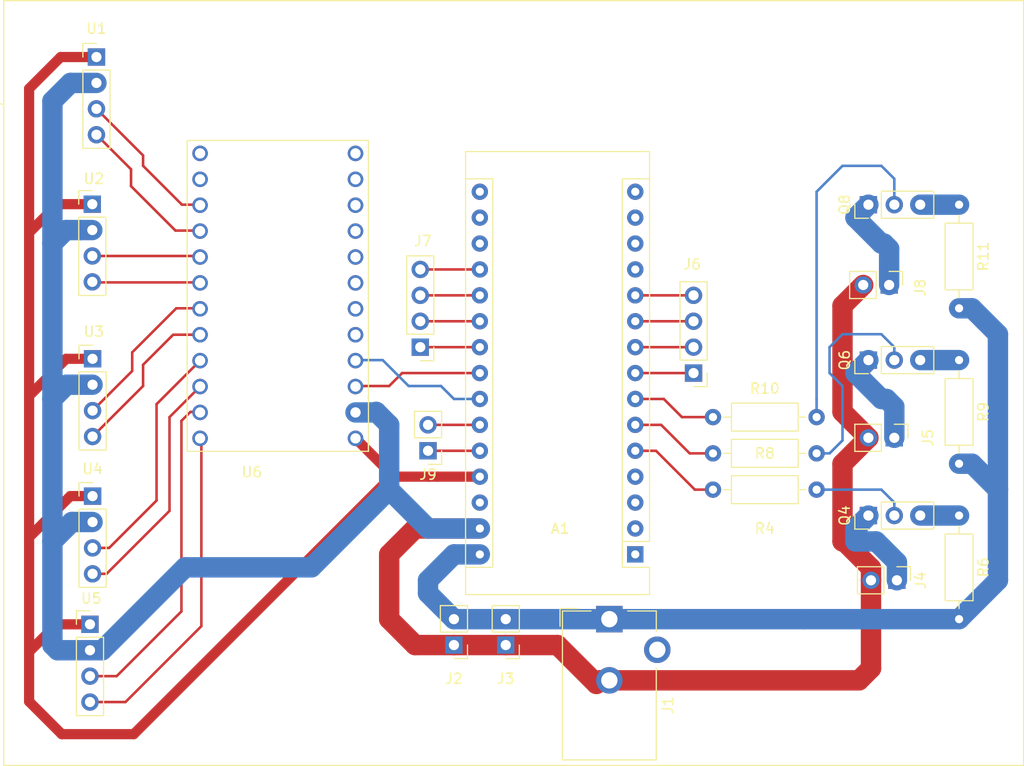
<source format=kicad_pcb>
(kicad_pcb (version 20171130) (host pcbnew "(5.1.4)-1")

  (general
    (thickness 1.6)
    (drawings 5)
    (tracks 186)
    (zones 0)
    (modules 25)
    (nets 60)
  )

  (page A4)
  (layers
    (0 F.Cu signal)
    (31 B.Cu signal)
    (32 B.Adhes user)
    (33 F.Adhes user)
    (34 B.Paste user)
    (35 F.Paste user)
    (36 B.SilkS user)
    (37 F.SilkS user)
    (38 B.Mask user)
    (39 F.Mask user)
    (40 Dwgs.User user)
    (41 Cmts.User user)
    (42 Eco1.User user)
    (43 Eco2.User user)
    (44 Edge.Cuts user)
    (45 Margin user)
    (46 B.CrtYd user)
    (47 F.CrtYd user)
    (48 B.Fab user)
    (49 F.Fab user)
  )

  (setup
    (last_trace_width 2)
    (user_trace_width 1)
    (user_trace_width 2)
    (trace_clearance 0.2)
    (zone_clearance 0.508)
    (zone_45_only no)
    (trace_min 0.2)
    (via_size 0.8)
    (via_drill 0.4)
    (via_min_size 0.4)
    (via_min_drill 0.3)
    (uvia_size 0.3)
    (uvia_drill 0.1)
    (uvias_allowed no)
    (uvia_min_size 0.2)
    (uvia_min_drill 0.1)
    (edge_width 0.05)
    (segment_width 0.2)
    (pcb_text_width 0.3)
    (pcb_text_size 1.5 1.5)
    (mod_edge_width 0.12)
    (mod_text_size 1 1)
    (mod_text_width 0.15)
    (pad_size 1.524 1.524)
    (pad_drill 0.762)
    (pad_to_mask_clearance 0.051)
    (solder_mask_min_width 0.25)
    (aux_axis_origin 0 0)
    (visible_elements 7FFFFFFF)
    (pcbplotparams
      (layerselection 0x010fc_ffffffff)
      (usegerberextensions false)
      (usegerberattributes false)
      (usegerberadvancedattributes false)
      (creategerberjobfile false)
      (excludeedgelayer true)
      (linewidth 0.100000)
      (plotframeref false)
      (viasonmask false)
      (mode 1)
      (useauxorigin false)
      (hpglpennumber 1)
      (hpglpenspeed 20)
      (hpglpendiameter 15.000000)
      (psnegative false)
      (psa4output false)
      (plotreference true)
      (plotvalue true)
      (plotinvisibletext false)
      (padsonsilk false)
      (subtractmaskfromsilk false)
      (outputformat 1)
      (mirror false)
      (drillshape 0)
      (scaleselection 1)
      (outputdirectory "PCB printing/"))
  )

  (net 0 "")
  (net 1 "Net-(A1-Pad1)")
  (net 2 "Net-(A1-Pad17)")
  (net 3 "Net-(A1-Pad2)")
  (net 4 "Net-(A1-Pad18)")
  (net 5 "Net-(A1-Pad3)")
  (net 6 "Net-(A1-Pad19)")
  (net 7 "Net-(A1-Pad4)")
  (net 8 "Net-(A1-Pad20)")
  (net 9 "Net-(A1-Pad5)")
  (net 10 "Net-(A1-Pad21)")
  (net 11 "Net-(A1-Pad6)")
  (net 12 "Net-(A1-Pad22)")
  (net 13 "Net-(A1-Pad7)")
  (net 14 "Net-(A1-Pad23)")
  (net 15 "Net-(A1-Pad8)")
  (net 16 "Net-(A1-Pad24)")
  (net 17 "Net-(A1-Pad9)")
  (net 18 "Net-(A1-Pad25)")
  (net 19 "Net-(A1-Pad10)")
  (net 20 "Net-(A1-Pad26)")
  (net 21 "Net-(A1-Pad11)")
  (net 22 "Net-(A1-Pad27)")
  (net 23 "Net-(A1-Pad12)")
  (net 24 "Net-(A1-Pad28)")
  (net 25 "Net-(A1-Pad13)")
  (net 26 GND)
  (net 27 "Net-(A1-Pad14)")
  (net 28 VCC)
  (net 29 "Net-(A1-Pad15)")
  (net 30 "Net-(A1-Pad16)")
  (net 31 "Net-(J4-Pad1)")
  (net 32 "Net-(J5-Pad1)")
  (net 33 "Net-(J8-Pad1)")
  (net 34 "Net-(Q4-Pad2)")
  (net 35 "Net-(Q4-Pad3)")
  (net 36 "Net-(Q6-Pad3)")
  (net 37 "Net-(Q6-Pad2)")
  (net 38 "Net-(Q8-Pad2)")
  (net 39 "Net-(Q8-Pad3)")
  (net 40 "Net-(U1-Pad4)")
  (net 41 "Net-(U1-Pad3)")
  (net 42 "Net-(U2-Pad3)")
  (net 43 "Net-(U2-Pad4)")
  (net 44 "Net-(U3-Pad3)")
  (net 45 "Net-(U3-Pad4)")
  (net 46 "Net-(U4-Pad4)")
  (net 47 "Net-(U4-Pad3)")
  (net 48 "Net-(U5-Pad3)")
  (net 49 "Net-(U5-Pad4)")
  (net 50 "Net-(U6-Pad24)")
  (net 51 "Net-(U6-Pad23)")
  (net 52 "Net-(U6-Pad12)")
  (net 53 "Net-(U6-Pad11)")
  (net 54 "Net-(U6-Pad10)")
  (net 55 "Net-(U6-Pad9)")
  (net 56 "Net-(U6-Pad8)")
  (net 57 "Net-(U6-Pad7)")
  (net 58 "Net-(U6-Pad6)")
  (net 59 "Net-(U6-Pad5)")

  (net_class Default "This is the default net class."
    (clearance 0.2)
    (trace_width 0.25)
    (via_dia 0.8)
    (via_drill 0.4)
    (uvia_dia 0.3)
    (uvia_drill 0.1)
    (add_net GND)
    (add_net "Net-(A1-Pad1)")
    (add_net "Net-(A1-Pad10)")
    (add_net "Net-(A1-Pad11)")
    (add_net "Net-(A1-Pad12)")
    (add_net "Net-(A1-Pad13)")
    (add_net "Net-(A1-Pad14)")
    (add_net "Net-(A1-Pad15)")
    (add_net "Net-(A1-Pad16)")
    (add_net "Net-(A1-Pad17)")
    (add_net "Net-(A1-Pad18)")
    (add_net "Net-(A1-Pad19)")
    (add_net "Net-(A1-Pad2)")
    (add_net "Net-(A1-Pad20)")
    (add_net "Net-(A1-Pad21)")
    (add_net "Net-(A1-Pad22)")
    (add_net "Net-(A1-Pad23)")
    (add_net "Net-(A1-Pad24)")
    (add_net "Net-(A1-Pad25)")
    (add_net "Net-(A1-Pad26)")
    (add_net "Net-(A1-Pad27)")
    (add_net "Net-(A1-Pad28)")
    (add_net "Net-(A1-Pad3)")
    (add_net "Net-(A1-Pad4)")
    (add_net "Net-(A1-Pad5)")
    (add_net "Net-(A1-Pad6)")
    (add_net "Net-(A1-Pad7)")
    (add_net "Net-(A1-Pad8)")
    (add_net "Net-(A1-Pad9)")
    (add_net "Net-(J4-Pad1)")
    (add_net "Net-(J5-Pad1)")
    (add_net "Net-(J8-Pad1)")
    (add_net "Net-(Q4-Pad2)")
    (add_net "Net-(Q4-Pad3)")
    (add_net "Net-(Q6-Pad2)")
    (add_net "Net-(Q6-Pad3)")
    (add_net "Net-(Q8-Pad2)")
    (add_net "Net-(Q8-Pad3)")
    (add_net "Net-(U1-Pad3)")
    (add_net "Net-(U1-Pad4)")
    (add_net "Net-(U2-Pad3)")
    (add_net "Net-(U2-Pad4)")
    (add_net "Net-(U3-Pad3)")
    (add_net "Net-(U3-Pad4)")
    (add_net "Net-(U4-Pad3)")
    (add_net "Net-(U4-Pad4)")
    (add_net "Net-(U5-Pad3)")
    (add_net "Net-(U5-Pad4)")
    (add_net "Net-(U6-Pad10)")
    (add_net "Net-(U6-Pad11)")
    (add_net "Net-(U6-Pad12)")
    (add_net "Net-(U6-Pad23)")
    (add_net "Net-(U6-Pad24)")
    (add_net "Net-(U6-Pad5)")
    (add_net "Net-(U6-Pad6)")
    (add_net "Net-(U6-Pad7)")
    (add_net "Net-(U6-Pad8)")
    (add_net "Net-(U6-Pad9)")
    (add_net VCC)
  )

  (module adafruitparts:TCA9548A_multiplex (layer F.Cu) (tedit 5E554C34) (tstamp 5E560881)
    (at 86.868 88.9508 180)
    (path /5DD24E06)
    (fp_text reference U6 (at 2.54 -17.28 180) (layer F.SilkS)
      (effects (font (size 1 1) (thickness 0.15)))
    )
    (fp_text value TCA9548Amultiplex (at 0 17.78 180) (layer F.Fab)
      (effects (font (size 1 1) (thickness 0.15)))
    )
    (fp_line (start -8.89 -13.97) (end -8.89 -13.97) (layer F.SilkS) (width 0.12))
    (fp_line (start -8.89 -15.24) (end -8.89 -13.97) (layer F.SilkS) (width 0.12))
    (fp_line (start 8.89 -15.24) (end -8.89 -15.24) (layer F.SilkS) (width 0.12))
    (fp_line (start 8.89 15.24) (end 8.89 -15.24) (layer F.SilkS) (width 0.12))
    (fp_line (start -8.89 15.24) (end 8.89 15.24) (layer F.SilkS) (width 0.12))
    (fp_line (start -8.89 -15.24) (end -8.89 15.24) (layer F.SilkS) (width 0.12))
    (pad 24 thru_hole circle (at 7.62 13.97 180) (size 1.524 1.524) (drill 1.016) (layers *.Cu *.Mask)
      (net 50 "Net-(U6-Pad24)"))
    (pad 23 thru_hole circle (at 7.62 11.43 180) (size 1.524 1.524) (drill 1.016) (layers *.Cu *.Mask)
      (net 51 "Net-(U6-Pad23)"))
    (pad 22 thru_hole circle (at 7.62 8.89 180) (size 1.524 1.524) (drill 1.016) (layers *.Cu *.Mask)
      (net 41 "Net-(U1-Pad3)"))
    (pad 21 thru_hole circle (at 7.62 6.35 180) (size 1.524 1.524) (drill 1.016) (layers *.Cu *.Mask)
      (net 40 "Net-(U1-Pad4)"))
    (pad 20 thru_hole circle (at 7.62 3.81 180) (size 1.524 1.524) (drill 1.016) (layers *.Cu *.Mask)
      (net 42 "Net-(U2-Pad3)"))
    (pad 19 thru_hole circle (at 7.62 1.27 180) (size 1.524 1.524) (drill 1.016) (layers *.Cu *.Mask)
      (net 43 "Net-(U2-Pad4)"))
    (pad 18 thru_hole circle (at 7.62 -1.27 180) (size 1.524 1.524) (drill 1.016) (layers *.Cu *.Mask)
      (net 44 "Net-(U3-Pad3)"))
    (pad 17 thru_hole circle (at 7.62 -3.81 180) (size 1.524 1.524) (drill 1.016) (layers *.Cu *.Mask)
      (net 45 "Net-(U3-Pad4)"))
    (pad 16 thru_hole circle (at 7.62 -6.35 180) (size 1.524 1.524) (drill 1.016) (layers *.Cu *.Mask)
      (net 47 "Net-(U4-Pad3)"))
    (pad 15 thru_hole circle (at 7.62 -8.89 180) (size 1.524 1.524) (drill 1.016) (layers *.Cu *.Mask)
      (net 46 "Net-(U4-Pad4)"))
    (pad 14 thru_hole circle (at 7.62 -11.43 180) (size 1.524 1.524) (drill 1.016) (layers *.Cu *.Mask)
      (net 48 "Net-(U5-Pad3)"))
    (pad 13 thru_hole circle (at 7.62 -13.97 180) (size 1.524 1.524) (drill 1.016) (layers *.Cu *.Mask)
      (net 49 "Net-(U5-Pad4)"))
    (pad 12 thru_hole circle (at -7.62 13.97 180) (size 1.524 1.524) (drill 1.016) (layers *.Cu *.Mask)
      (net 52 "Net-(U6-Pad12)"))
    (pad 11 thru_hole circle (at -7.62 11.43 180) (size 1.524 1.524) (drill 1.016) (layers *.Cu *.Mask)
      (net 53 "Net-(U6-Pad11)"))
    (pad 10 thru_hole circle (at -7.62 8.89 180) (size 1.524 1.524) (drill 1.016) (layers *.Cu *.Mask)
      (net 54 "Net-(U6-Pad10)"))
    (pad 9 thru_hole circle (at -7.62 6.35 180) (size 1.524 1.524) (drill 1.016) (layers *.Cu *.Mask)
      (net 55 "Net-(U6-Pad9)"))
    (pad 8 thru_hole circle (at -7.62 3.81 180) (size 1.524 1.524) (drill 1.016) (layers *.Cu *.Mask)
      (net 56 "Net-(U6-Pad8)"))
    (pad 7 thru_hole circle (at -7.62 1.27 180) (size 1.524 1.524) (drill 1.016) (layers *.Cu *.Mask)
      (net 57 "Net-(U6-Pad7)"))
    (pad 6 thru_hole circle (at -7.62 -1.27 180) (size 1.524 1.524) (drill 1.016) (layers *.Cu *.Mask)
      (net 58 "Net-(U6-Pad6)"))
    (pad 5 thru_hole circle (at -7.62 -3.81 180) (size 1.524 1.524) (drill 1.016) (layers *.Cu *.Mask)
      (net 59 "Net-(U6-Pad5)"))
    (pad 4 thru_hole circle (at -7.62 -6.35 180) (size 1.524 1.524) (drill 1.016) (layers *.Cu *.Mask)
      (net 16 "Net-(A1-Pad24)"))
    (pad 3 thru_hole circle (at -7.62 -8.89 180) (size 1.524 1.524) (drill 1.016) (layers *.Cu *.Mask)
      (net 14 "Net-(A1-Pad23)"))
    (pad 2 thru_hole circle (at -7.62 -11.43 180) (size 1.524 1.524) (drill 1.016) (layers *.Cu *.Mask)
      (net 26 GND))
    (pad 1 thru_hole circle (at -7.62 -13.97 180) (size 1.524 1.524) (drill 1.016) (layers *.Cu *.Mask)
      (net 22 "Net-(A1-Pad27)"))
  )

  (module Module:Arduino_Nano (layer F.Cu) (tedit 58ACAF70) (tstamp 5E560650)
    (at 121.92 114.3 180)
    (descr "Arduino Nano, http://www.mouser.com/pdfdocs/Gravitech_Arduino_Nano3_0.pdf")
    (tags "Arduino Nano")
    (path /5DD184DB)
    (fp_text reference A1 (at 7.366 2.54) (layer F.SilkS)
      (effects (font (size 1 1) (thickness 0.15)))
    )
    (fp_text value Arduino_Nano_v3.x (at 8.89 19.05 90) (layer F.Fab)
      (effects (font (size 1 1) (thickness 0.15)))
    )
    (fp_text user %R (at 6.35 19.05 90) (layer F.Fab)
      (effects (font (size 1 1) (thickness 0.15)))
    )
    (fp_line (start 1.27 1.27) (end 1.27 -1.27) (layer F.SilkS) (width 0.12))
    (fp_line (start 1.27 -1.27) (end -1.4 -1.27) (layer F.SilkS) (width 0.12))
    (fp_line (start -1.4 1.27) (end -1.4 39.5) (layer F.SilkS) (width 0.12))
    (fp_line (start -1.4 -3.94) (end -1.4 -1.27) (layer F.SilkS) (width 0.12))
    (fp_line (start 13.97 -1.27) (end 16.64 -1.27) (layer F.SilkS) (width 0.12))
    (fp_line (start 13.97 -1.27) (end 13.97 36.83) (layer F.SilkS) (width 0.12))
    (fp_line (start 13.97 36.83) (end 16.64 36.83) (layer F.SilkS) (width 0.12))
    (fp_line (start 1.27 1.27) (end -1.4 1.27) (layer F.SilkS) (width 0.12))
    (fp_line (start 1.27 1.27) (end 1.27 36.83) (layer F.SilkS) (width 0.12))
    (fp_line (start 1.27 36.83) (end -1.4 36.83) (layer F.SilkS) (width 0.12))
    (fp_line (start 3.81 31.75) (end 11.43 31.75) (layer F.Fab) (width 0.1))
    (fp_line (start 11.43 31.75) (end 11.43 41.91) (layer F.Fab) (width 0.1))
    (fp_line (start 11.43 41.91) (end 3.81 41.91) (layer F.Fab) (width 0.1))
    (fp_line (start 3.81 41.91) (end 3.81 31.75) (layer F.Fab) (width 0.1))
    (fp_line (start -1.4 39.5) (end 16.64 39.5) (layer F.SilkS) (width 0.12))
    (fp_line (start 16.64 39.5) (end 16.64 -3.94) (layer F.SilkS) (width 0.12))
    (fp_line (start 16.64 -3.94) (end -1.4 -3.94) (layer F.SilkS) (width 0.12))
    (fp_line (start 16.51 39.37) (end -1.27 39.37) (layer F.Fab) (width 0.1))
    (fp_line (start -1.27 39.37) (end -1.27 -2.54) (layer F.Fab) (width 0.1))
    (fp_line (start -1.27 -2.54) (end 0 -3.81) (layer F.Fab) (width 0.1))
    (fp_line (start 0 -3.81) (end 16.51 -3.81) (layer F.Fab) (width 0.1))
    (fp_line (start 16.51 -3.81) (end 16.51 39.37) (layer F.Fab) (width 0.1))
    (fp_line (start -1.53 -4.06) (end 16.75 -4.06) (layer F.CrtYd) (width 0.05))
    (fp_line (start -1.53 -4.06) (end -1.53 42.16) (layer F.CrtYd) (width 0.05))
    (fp_line (start 16.75 42.16) (end 16.75 -4.06) (layer F.CrtYd) (width 0.05))
    (fp_line (start 16.75 42.16) (end -1.53 42.16) (layer F.CrtYd) (width 0.05))
    (pad 1 thru_hole rect (at 0 0 180) (size 1.6 1.6) (drill 0.8) (layers *.Cu *.Mask)
      (net 1 "Net-(A1-Pad1)"))
    (pad 17 thru_hole oval (at 15.24 33.02 180) (size 1.6 1.6) (drill 0.8) (layers *.Cu *.Mask)
      (net 2 "Net-(A1-Pad17)"))
    (pad 2 thru_hole oval (at 0 2.54 180) (size 1.6 1.6) (drill 0.8) (layers *.Cu *.Mask)
      (net 3 "Net-(A1-Pad2)"))
    (pad 18 thru_hole oval (at 15.24 30.48 180) (size 1.6 1.6) (drill 0.8) (layers *.Cu *.Mask)
      (net 4 "Net-(A1-Pad18)"))
    (pad 3 thru_hole oval (at 0 5.08 180) (size 1.6 1.6) (drill 0.8) (layers *.Cu *.Mask)
      (net 5 "Net-(A1-Pad3)"))
    (pad 19 thru_hole oval (at 15.24 27.94 180) (size 1.6 1.6) (drill 0.8) (layers *.Cu *.Mask)
      (net 6 "Net-(A1-Pad19)"))
    (pad 4 thru_hole oval (at 0 7.62 180) (size 1.6 1.6) (drill 0.8) (layers *.Cu *.Mask)
      (net 7 "Net-(A1-Pad4)"))
    (pad 20 thru_hole oval (at 15.24 25.4 180) (size 1.6 1.6) (drill 0.8) (layers *.Cu *.Mask)
      (net 8 "Net-(A1-Pad20)"))
    (pad 5 thru_hole oval (at 0 10.16 180) (size 1.6 1.6) (drill 0.8) (layers *.Cu *.Mask)
      (net 9 "Net-(A1-Pad5)"))
    (pad 21 thru_hole oval (at 15.24 22.86 180) (size 1.6 1.6) (drill 0.8) (layers *.Cu *.Mask)
      (net 10 "Net-(A1-Pad21)"))
    (pad 6 thru_hole oval (at 0 12.7 180) (size 1.6 1.6) (drill 0.8) (layers *.Cu *.Mask)
      (net 11 "Net-(A1-Pad6)"))
    (pad 22 thru_hole oval (at 15.24 20.32 180) (size 1.6 1.6) (drill 0.8) (layers *.Cu *.Mask)
      (net 12 "Net-(A1-Pad22)"))
    (pad 7 thru_hole oval (at 0 15.24 180) (size 1.6 1.6) (drill 0.8) (layers *.Cu *.Mask)
      (net 13 "Net-(A1-Pad7)"))
    (pad 23 thru_hole oval (at 15.24 17.78 180) (size 1.6 1.6) (drill 0.8) (layers *.Cu *.Mask)
      (net 14 "Net-(A1-Pad23)"))
    (pad 8 thru_hole oval (at 0 17.78 180) (size 1.6 1.6) (drill 0.8) (layers *.Cu *.Mask)
      (net 15 "Net-(A1-Pad8)"))
    (pad 24 thru_hole oval (at 15.24 15.24 180) (size 1.6 1.6) (drill 0.8) (layers *.Cu *.Mask)
      (net 16 "Net-(A1-Pad24)"))
    (pad 9 thru_hole oval (at 0 20.32 180) (size 1.6 1.6) (drill 0.8) (layers *.Cu *.Mask)
      (net 17 "Net-(A1-Pad9)"))
    (pad 25 thru_hole oval (at 15.24 12.7 180) (size 1.6 1.6) (drill 0.8) (layers *.Cu *.Mask)
      (net 18 "Net-(A1-Pad25)"))
    (pad 10 thru_hole oval (at 0 22.86 180) (size 1.6 1.6) (drill 0.8) (layers *.Cu *.Mask)
      (net 19 "Net-(A1-Pad10)"))
    (pad 26 thru_hole oval (at 15.24 10.16 180) (size 1.6 1.6) (drill 0.8) (layers *.Cu *.Mask)
      (net 20 "Net-(A1-Pad26)"))
    (pad 11 thru_hole oval (at 0 25.4 180) (size 1.6 1.6) (drill 0.8) (layers *.Cu *.Mask)
      (net 21 "Net-(A1-Pad11)"))
    (pad 27 thru_hole oval (at 15.24 7.62 180) (size 1.6 1.6) (drill 0.8) (layers *.Cu *.Mask)
      (net 22 "Net-(A1-Pad27)"))
    (pad 12 thru_hole oval (at 0 27.94 180) (size 1.6 1.6) (drill 0.8) (layers *.Cu *.Mask)
      (net 23 "Net-(A1-Pad12)"))
    (pad 28 thru_hole oval (at 15.24 5.08 180) (size 1.6 1.6) (drill 0.8) (layers *.Cu *.Mask)
      (net 24 "Net-(A1-Pad28)"))
    (pad 13 thru_hole oval (at 0 30.48 180) (size 1.6 1.6) (drill 0.8) (layers *.Cu *.Mask)
      (net 25 "Net-(A1-Pad13)"))
    (pad 29 thru_hole oval (at 15.24 2.54 180) (size 1.6 1.6) (drill 0.8) (layers *.Cu *.Mask)
      (net 26 GND))
    (pad 14 thru_hole oval (at 0 33.02 180) (size 1.6 1.6) (drill 0.8) (layers *.Cu *.Mask)
      (net 27 "Net-(A1-Pad14)"))
    (pad 30 thru_hole oval (at 15.24 0 180) (size 1.6 1.6) (drill 0.8) (layers *.Cu *.Mask)
      (net 28 VCC))
    (pad 15 thru_hole oval (at 0 35.56 180) (size 1.6 1.6) (drill 0.8) (layers *.Cu *.Mask)
      (net 29 "Net-(A1-Pad15)"))
    (pad 16 thru_hole oval (at 15.24 35.56 180) (size 1.6 1.6) (drill 0.8) (layers *.Cu *.Mask)
      (net 30 "Net-(A1-Pad16)"))
    (model ${KISYS3DMOD}/Module.3dshapes/Arduino_Nano_WithMountingHoles.wrl
      (at (xyz 0 0 0))
      (scale (xyz 1 1 1))
      (rotate (xyz 0 0 0))
    )
  )

  (module Connector_BarrelJack:BarrelJack_CUI_PJ-102AH_Horizontal (layer F.Cu) (tedit 5A1DBF38) (tstamp 5E560672)
    (at 119.38 120.65)
    (descr "Thin-pin DC Barrel Jack, https://cdn-shop.adafruit.com/datasheets/21mmdcjackDatasheet.pdf")
    (tags "Power Jack")
    (path /5E134734)
    (fp_text reference J1 (at 5.75 8.45 90) (layer F.SilkS)
      (effects (font (size 1 1) (thickness 0.15)))
    )
    (fp_text value Barrel_Jack (at -5.5 6.2 90) (layer F.Fab)
      (effects (font (size 1 1) (thickness 0.15)))
    )
    (fp_text user %R (at 0 6.5) (layer F.Fab)
      (effects (font (size 1 1) (thickness 0.15)))
    )
    (fp_line (start 1.8 -1.8) (end 1.8 -1.2) (layer F.CrtYd) (width 0.05))
    (fp_line (start 1.8 -1.2) (end 5 -1.2) (layer F.CrtYd) (width 0.05))
    (fp_line (start 5 -1.2) (end 5 1.2) (layer F.CrtYd) (width 0.05))
    (fp_line (start 5 1.2) (end 6.5 1.2) (layer F.CrtYd) (width 0.05))
    (fp_line (start 6.5 1.2) (end 6.5 4.8) (layer F.CrtYd) (width 0.05))
    (fp_line (start 6.5 4.8) (end 5 4.8) (layer F.CrtYd) (width 0.05))
    (fp_line (start 5 4.8) (end 5 14.2) (layer F.CrtYd) (width 0.05))
    (fp_line (start 5 14.2) (end -5 14.2) (layer F.CrtYd) (width 0.05))
    (fp_line (start -5 14.2) (end -5 -1.2) (layer F.CrtYd) (width 0.05))
    (fp_line (start -5 -1.2) (end -1.8 -1.2) (layer F.CrtYd) (width 0.05))
    (fp_line (start -1.8 -1.2) (end -1.8 -1.8) (layer F.CrtYd) (width 0.05))
    (fp_line (start -1.8 -1.8) (end 1.8 -1.8) (layer F.CrtYd) (width 0.05))
    (fp_line (start 4.6 4.8) (end 4.6 13.8) (layer F.SilkS) (width 0.12))
    (fp_line (start 4.6 13.8) (end -4.6 13.8) (layer F.SilkS) (width 0.12))
    (fp_line (start -4.6 13.8) (end -4.6 -0.8) (layer F.SilkS) (width 0.12))
    (fp_line (start -4.6 -0.8) (end -1.8 -0.8) (layer F.SilkS) (width 0.12))
    (fp_line (start 1.8 -0.8) (end 4.6 -0.8) (layer F.SilkS) (width 0.12))
    (fp_line (start 4.6 -0.8) (end 4.6 1.2) (layer F.SilkS) (width 0.12))
    (fp_line (start -4.84 0.7) (end -4.84 -1.04) (layer F.SilkS) (width 0.12))
    (fp_line (start -4.84 -1.04) (end -3.1 -1.04) (layer F.SilkS) (width 0.12))
    (fp_line (start 4.5 -0.7) (end 4.5 13.7) (layer F.Fab) (width 0.1))
    (fp_line (start 4.5 13.7) (end -4.5 13.7) (layer F.Fab) (width 0.1))
    (fp_line (start -4.5 13.7) (end -4.5 0.3) (layer F.Fab) (width 0.1))
    (fp_line (start -4.5 0.3) (end -3.5 -0.7) (layer F.Fab) (width 0.1))
    (fp_line (start -3.5 -0.7) (end 4.5 -0.7) (layer F.Fab) (width 0.1))
    (fp_line (start -4.5 10.2) (end 4.5 10.2) (layer F.Fab) (width 0.1))
    (pad 1 thru_hole rect (at 0 0) (size 2.6 2.6) (drill 1.6) (layers *.Cu *.Mask)
      (net 28 VCC))
    (pad 2 thru_hole circle (at 0 6) (size 2.6 2.6) (drill 1.6) (layers *.Cu *.Mask)
      (net 26 GND))
    (pad 3 thru_hole circle (at 4.7 3) (size 2.6 2.6) (drill 1.6) (layers *.Cu *.Mask))
    (model ${KISYS3DMOD}/Connector_BarrelJack.3dshapes/BarrelJack_CUI_PJ-102AH_Horizontal.wrl
      (at (xyz 0 0 0))
      (scale (xyz 1 1 1))
      (rotate (xyz 0 0 0))
    )
  )

  (module Connector_PinHeader_2.54mm:PinHeader_1x02_P2.54mm_Vertical (layer F.Cu) (tedit 59FED5CC) (tstamp 5E560688)
    (at 104.14 123.19 180)
    (descr "Through hole straight pin header, 1x02, 2.54mm pitch, single row")
    (tags "Through hole pin header THT 1x02 2.54mm single row")
    (path /5EAE9FAE)
    (fp_text reference J2 (at 0 -3.302) (layer F.SilkS)
      (effects (font (size 1 1) (thickness 0.15)))
    )
    (fp_text value "Exposed power and ground" (at 0 4.87) (layer F.Fab)
      (effects (font (size 1 1) (thickness 0.15)))
    )
    (fp_line (start -0.635 -1.27) (end 1.27 -1.27) (layer F.Fab) (width 0.1))
    (fp_line (start 1.27 -1.27) (end 1.27 3.81) (layer F.Fab) (width 0.1))
    (fp_line (start 1.27 3.81) (end -1.27 3.81) (layer F.Fab) (width 0.1))
    (fp_line (start -1.27 3.81) (end -1.27 -0.635) (layer F.Fab) (width 0.1))
    (fp_line (start -1.27 -0.635) (end -0.635 -1.27) (layer F.Fab) (width 0.1))
    (fp_line (start -1.33 3.87) (end 1.33 3.87) (layer F.SilkS) (width 0.12))
    (fp_line (start -1.33 1.27) (end -1.33 3.87) (layer F.SilkS) (width 0.12))
    (fp_line (start 1.33 1.27) (end 1.33 3.87) (layer F.SilkS) (width 0.12))
    (fp_line (start -1.33 1.27) (end 1.33 1.27) (layer F.SilkS) (width 0.12))
    (fp_line (start -1.33 0) (end -1.33 -1.33) (layer F.SilkS) (width 0.12))
    (fp_line (start -1.33 -1.33) (end 0 -1.33) (layer F.SilkS) (width 0.12))
    (fp_line (start -1.8 -1.8) (end -1.8 4.35) (layer F.CrtYd) (width 0.05))
    (fp_line (start -1.8 4.35) (end 1.8 4.35) (layer F.CrtYd) (width 0.05))
    (fp_line (start 1.8 4.35) (end 1.8 -1.8) (layer F.CrtYd) (width 0.05))
    (fp_line (start 1.8 -1.8) (end -1.8 -1.8) (layer F.CrtYd) (width 0.05))
    (fp_text user %R (at 0 1.016) (layer F.Fab)
      (effects (font (size 1 1) (thickness 0.15)))
    )
    (pad 1 thru_hole rect (at 0 0 180) (size 1.7 1.7) (drill 1) (layers *.Cu *.Mask)
      (net 26 GND))
    (pad 2 thru_hole oval (at 0 2.54 180) (size 1.7 1.7) (drill 1) (layers *.Cu *.Mask)
      (net 28 VCC))
    (model ${KISYS3DMOD}/Connector_PinHeader_2.54mm.3dshapes/PinHeader_1x02_P2.54mm_Vertical.wrl
      (at (xyz 0 0 0))
      (scale (xyz 1 1 1))
      (rotate (xyz 0 0 0))
    )
  )

  (module Connector_PinHeader_2.54mm:PinHeader_1x02_P2.54mm_Vertical (layer F.Cu) (tedit 59FED5CC) (tstamp 5E56069E)
    (at 109.22 123.19 180)
    (descr "Through hole straight pin header, 1x02, 2.54mm pitch, single row")
    (tags "Through hole pin header THT 1x02 2.54mm single row")
    (path /5EAAA0D6)
    (fp_text reference J3 (at 0 -3.302) (layer F.SilkS)
      (effects (font (size 1 1) (thickness 0.15)))
    )
    (fp_text value "Alternate power ground inputs" (at 0 4.87) (layer F.Fab)
      (effects (font (size 1 1) (thickness 0.15)))
    )
    (fp_text user %R (at 0.381999 1.005999 90) (layer F.Fab)
      (effects (font (size 1 1) (thickness 0.15)))
    )
    (fp_line (start 1.8 -1.8) (end -1.8 -1.8) (layer F.CrtYd) (width 0.05))
    (fp_line (start 1.8 4.35) (end 1.8 -1.8) (layer F.CrtYd) (width 0.05))
    (fp_line (start -1.8 4.35) (end 1.8 4.35) (layer F.CrtYd) (width 0.05))
    (fp_line (start -1.8 -1.8) (end -1.8 4.35) (layer F.CrtYd) (width 0.05))
    (fp_line (start -1.33 -1.33) (end 0 -1.33) (layer F.SilkS) (width 0.12))
    (fp_line (start -1.33 0) (end -1.33 -1.33) (layer F.SilkS) (width 0.12))
    (fp_line (start -1.33 1.27) (end 1.33 1.27) (layer F.SilkS) (width 0.12))
    (fp_line (start 1.33 1.27) (end 1.33 3.87) (layer F.SilkS) (width 0.12))
    (fp_line (start -1.33 1.27) (end -1.33 3.87) (layer F.SilkS) (width 0.12))
    (fp_line (start -1.33 3.87) (end 1.33 3.87) (layer F.SilkS) (width 0.12))
    (fp_line (start -1.27 -0.635) (end -0.635 -1.27) (layer F.Fab) (width 0.1))
    (fp_line (start -1.27 3.81) (end -1.27 -0.635) (layer F.Fab) (width 0.1))
    (fp_line (start 1.27 3.81) (end -1.27 3.81) (layer F.Fab) (width 0.1))
    (fp_line (start 1.27 -1.27) (end 1.27 3.81) (layer F.Fab) (width 0.1))
    (fp_line (start -0.635 -1.27) (end 1.27 -1.27) (layer F.Fab) (width 0.1))
    (pad 2 thru_hole oval (at 0 2.54 180) (size 1.7 1.7) (drill 1) (layers *.Cu *.Mask)
      (net 28 VCC))
    (pad 1 thru_hole rect (at 0 0 180) (size 1.7 1.7) (drill 1) (layers *.Cu *.Mask)
      (net 26 GND))
    (model ${KISYS3DMOD}/Connector_PinHeader_2.54mm.3dshapes/PinHeader_1x02_P2.54mm_Vertical.wrl
      (at (xyz 0 0 0))
      (scale (xyz 1 1 1))
      (rotate (xyz 0 0 0))
    )
  )

  (module Connector_PinHeader_2.54mm:PinHeader_1x02_P2.54mm_Vertical (layer F.Cu) (tedit 59FED5CC) (tstamp 5E5606B4)
    (at 147.574 116.84 270)
    (descr "Through hole straight pin header, 1x02, 2.54mm pitch, single row")
    (tags "Through hole pin header THT 1x02 2.54mm single row")
    (path /5E79B73E)
    (fp_text reference J4 (at 0 -2.33 90) (layer F.SilkS)
      (effects (font (size 1 1) (thickness 0.15)))
    )
    (fp_text value Conn_01x02_Male (at 0 4.87 90) (layer F.Fab)
      (effects (font (size 1 1) (thickness 0.15)))
    )
    (fp_text user %R (at 0 1.27) (layer F.Fab)
      (effects (font (size 1 1) (thickness 0.15)))
    )
    (fp_line (start 1.8 -1.8) (end -1.8 -1.8) (layer F.CrtYd) (width 0.05))
    (fp_line (start 1.8 4.35) (end 1.8 -1.8) (layer F.CrtYd) (width 0.05))
    (fp_line (start -1.8 4.35) (end 1.8 4.35) (layer F.CrtYd) (width 0.05))
    (fp_line (start -1.8 -1.8) (end -1.8 4.35) (layer F.CrtYd) (width 0.05))
    (fp_line (start -1.33 -1.33) (end 0 -1.33) (layer F.SilkS) (width 0.12))
    (fp_line (start -1.33 0) (end -1.33 -1.33) (layer F.SilkS) (width 0.12))
    (fp_line (start -1.33 1.27) (end 1.33 1.27) (layer F.SilkS) (width 0.12))
    (fp_line (start 1.33 1.27) (end 1.33 3.87) (layer F.SilkS) (width 0.12))
    (fp_line (start -1.33 1.27) (end -1.33 3.87) (layer F.SilkS) (width 0.12))
    (fp_line (start -1.33 3.87) (end 1.33 3.87) (layer F.SilkS) (width 0.12))
    (fp_line (start -1.27 -0.635) (end -0.635 -1.27) (layer F.Fab) (width 0.1))
    (fp_line (start -1.27 3.81) (end -1.27 -0.635) (layer F.Fab) (width 0.1))
    (fp_line (start 1.27 3.81) (end -1.27 3.81) (layer F.Fab) (width 0.1))
    (fp_line (start 1.27 -1.27) (end 1.27 3.81) (layer F.Fab) (width 0.1))
    (fp_line (start -0.635 -1.27) (end 1.27 -1.27) (layer F.Fab) (width 0.1))
    (pad 2 thru_hole oval (at 0 2.54 270) (size 1.7 1.7) (drill 1) (layers *.Cu *.Mask)
      (net 26 GND))
    (pad 1 thru_hole rect (at 0 0 270) (size 1.7 1.7) (drill 1) (layers *.Cu *.Mask)
      (net 31 "Net-(J4-Pad1)"))
    (model ${KISYS3DMOD}/Connector_PinHeader_2.54mm.3dshapes/PinHeader_1x02_P2.54mm_Vertical.wrl
      (at (xyz 0 0 0))
      (scale (xyz 1 1 1))
      (rotate (xyz 0 0 0))
    )
  )

  (module Connector_PinHeader_2.54mm:PinHeader_1x02_P2.54mm_Vertical (layer F.Cu) (tedit 59FED5CC) (tstamp 5E5606CA)
    (at 147.32 102.87 270)
    (descr "Through hole straight pin header, 1x02, 2.54mm pitch, single row")
    (tags "Through hole pin header THT 1x02 2.54mm single row")
    (path /5E7A7CA5)
    (fp_text reference J5 (at 0 -3.302 90) (layer F.SilkS)
      (effects (font (size 1 1) (thickness 0.15)))
    )
    (fp_text value Conn_01x02_Male (at 0 4.87 90) (layer F.Fab)
      (effects (font (size 1 1) (thickness 0.15)))
    )
    (fp_line (start -0.635 -1.27) (end 1.27 -1.27) (layer F.Fab) (width 0.1))
    (fp_line (start 1.27 -1.27) (end 1.27 3.81) (layer F.Fab) (width 0.1))
    (fp_line (start 1.27 3.81) (end -1.27 3.81) (layer F.Fab) (width 0.1))
    (fp_line (start -1.27 3.81) (end -1.27 -0.635) (layer F.Fab) (width 0.1))
    (fp_line (start -1.27 -0.635) (end -0.635 -1.27) (layer F.Fab) (width 0.1))
    (fp_line (start -1.33 3.87) (end 1.33 3.87) (layer F.SilkS) (width 0.12))
    (fp_line (start -1.33 1.27) (end -1.33 3.87) (layer F.SilkS) (width 0.12))
    (fp_line (start 1.33 1.27) (end 1.33 3.87) (layer F.SilkS) (width 0.12))
    (fp_line (start -1.33 1.27) (end 1.33 1.27) (layer F.SilkS) (width 0.12))
    (fp_line (start -1.33 0) (end -1.33 -1.33) (layer F.SilkS) (width 0.12))
    (fp_line (start -1.33 -1.33) (end 0 -1.33) (layer F.SilkS) (width 0.12))
    (fp_line (start -1.8 -1.8) (end -1.8 4.35) (layer F.CrtYd) (width 0.05))
    (fp_line (start -1.8 4.35) (end 1.8 4.35) (layer F.CrtYd) (width 0.05))
    (fp_line (start 1.8 4.35) (end 1.8 -1.8) (layer F.CrtYd) (width 0.05))
    (fp_line (start 1.8 -1.8) (end -1.8 -1.8) (layer F.CrtYd) (width 0.05))
    (fp_text user %R (at 1.27 0) (layer F.Fab)
      (effects (font (size 1 1) (thickness 0.15)))
    )
    (pad 1 thru_hole rect (at 0 0 270) (size 1.7 1.7) (drill 1) (layers *.Cu *.Mask)
      (net 32 "Net-(J5-Pad1)"))
    (pad 2 thru_hole oval (at 0 2.54 270) (size 1.7 1.7) (drill 1) (layers *.Cu *.Mask)
      (net 26 GND))
    (model ${KISYS3DMOD}/Connector_PinHeader_2.54mm.3dshapes/PinHeader_1x02_P2.54mm_Vertical.wrl
      (at (xyz 0 0 0))
      (scale (xyz 1 1 1))
      (rotate (xyz 0 0 0))
    )
  )

  (module Connector_PinHeader_2.54mm:PinHeader_1x04_P2.54mm_Vertical (layer F.Cu) (tedit 59FED5CC) (tstamp 5E5606E2)
    (at 127.635 96.52 180)
    (descr "Through hole straight pin header, 1x04, 2.54mm pitch, single row")
    (tags "Through hole pin header THT 1x04 2.54mm single row")
    (path /5EA6191C)
    (fp_text reference J6 (at 0.127 10.668) (layer F.SilkS)
      (effects (font (size 1 1) (thickness 0.15)))
    )
    (fp_text value Conn_01x04_Male (at 0 9.95) (layer F.Fab)
      (effects (font (size 1 1) (thickness 0.15)))
    )
    (fp_text user %R (at -2.184001 0.361999 90) (layer F.Fab)
      (effects (font (size 1 1) (thickness 0.15)))
    )
    (fp_line (start 1.8 -1.8) (end -1.8 -1.8) (layer F.CrtYd) (width 0.05))
    (fp_line (start 1.8 9.4) (end 1.8 -1.8) (layer F.CrtYd) (width 0.05))
    (fp_line (start -1.8 9.4) (end 1.8 9.4) (layer F.CrtYd) (width 0.05))
    (fp_line (start -1.8 -1.8) (end -1.8 9.4) (layer F.CrtYd) (width 0.05))
    (fp_line (start -1.33 -1.33) (end 0 -1.33) (layer F.SilkS) (width 0.12))
    (fp_line (start -1.33 0) (end -1.33 -1.33) (layer F.SilkS) (width 0.12))
    (fp_line (start -1.33 1.27) (end 1.33 1.27) (layer F.SilkS) (width 0.12))
    (fp_line (start 1.33 1.27) (end 1.33 8.95) (layer F.SilkS) (width 0.12))
    (fp_line (start -1.33 1.27) (end -1.33 8.95) (layer F.SilkS) (width 0.12))
    (fp_line (start -1.33 8.95) (end 1.33 8.95) (layer F.SilkS) (width 0.12))
    (fp_line (start -1.27 -0.635) (end -0.635 -1.27) (layer F.Fab) (width 0.1))
    (fp_line (start -1.27 8.89) (end -1.27 -0.635) (layer F.Fab) (width 0.1))
    (fp_line (start 1.27 8.89) (end -1.27 8.89) (layer F.Fab) (width 0.1))
    (fp_line (start 1.27 -1.27) (end 1.27 8.89) (layer F.Fab) (width 0.1))
    (fp_line (start -0.635 -1.27) (end 1.27 -1.27) (layer F.Fab) (width 0.1))
    (pad 4 thru_hole oval (at 0 7.62 180) (size 1.7 1.7) (drill 1) (layers *.Cu *.Mask)
      (net 21 "Net-(A1-Pad11)"))
    (pad 3 thru_hole oval (at 0 5.08 180) (size 1.7 1.7) (drill 1) (layers *.Cu *.Mask)
      (net 19 "Net-(A1-Pad10)"))
    (pad 2 thru_hole oval (at 0 2.54 180) (size 1.7 1.7) (drill 1) (layers *.Cu *.Mask)
      (net 17 "Net-(A1-Pad9)"))
    (pad 1 thru_hole rect (at 0 0 180) (size 1.7 1.7) (drill 1) (layers *.Cu *.Mask)
      (net 15 "Net-(A1-Pad8)"))
    (model ${KISYS3DMOD}/Connector_PinHeader_2.54mm.3dshapes/PinHeader_1x04_P2.54mm_Vertical.wrl
      (at (xyz 0 0 0))
      (scale (xyz 1 1 1))
      (rotate (xyz 0 0 0))
    )
  )

  (module Connector_PinHeader_2.54mm:PinHeader_1x04_P2.54mm_Vertical (layer F.Cu) (tedit 59FED5CC) (tstamp 5E5606FA)
    (at 100.838 93.98 180)
    (descr "Through hole straight pin header, 1x04, 2.54mm pitch, single row")
    (tags "Through hole pin header THT 1x04 2.54mm single row")
    (path /5EA594E2)
    (fp_text reference J7 (at -0.254 10.414) (layer F.SilkS)
      (effects (font (size 1 1) (thickness 0.15)))
    )
    (fp_text value Conn_01x04_Male (at 0 9.95) (layer F.Fab)
      (effects (font (size 1 1) (thickness 0.15)))
    )
    (fp_line (start -0.635 -1.27) (end 1.27 -1.27) (layer F.Fab) (width 0.1))
    (fp_line (start 1.27 -1.27) (end 1.27 8.89) (layer F.Fab) (width 0.1))
    (fp_line (start 1.27 8.89) (end -1.27 8.89) (layer F.Fab) (width 0.1))
    (fp_line (start -1.27 8.89) (end -1.27 -0.635) (layer F.Fab) (width 0.1))
    (fp_line (start -1.27 -0.635) (end -0.635 -1.27) (layer F.Fab) (width 0.1))
    (fp_line (start -1.33 8.95) (end 1.33 8.95) (layer F.SilkS) (width 0.12))
    (fp_line (start -1.33 1.27) (end -1.33 8.95) (layer F.SilkS) (width 0.12))
    (fp_line (start 1.33 1.27) (end 1.33 8.95) (layer F.SilkS) (width 0.12))
    (fp_line (start -1.33 1.27) (end 1.33 1.27) (layer F.SilkS) (width 0.12))
    (fp_line (start -1.33 0) (end -1.33 -1.33) (layer F.SilkS) (width 0.12))
    (fp_line (start -1.33 -1.33) (end 0 -1.33) (layer F.SilkS) (width 0.12))
    (fp_line (start -1.8 -1.8) (end -1.8 9.4) (layer F.CrtYd) (width 0.05))
    (fp_line (start -1.8 9.4) (end 1.8 9.4) (layer F.CrtYd) (width 0.05))
    (fp_line (start 1.8 9.4) (end 1.8 -1.8) (layer F.CrtYd) (width 0.05))
    (fp_line (start 1.8 -1.8) (end -1.8 -1.8) (layer F.CrtYd) (width 0.05))
    (fp_text user %R (at 0 3.81 90) (layer F.Fab)
      (effects (font (size 1 1) (thickness 0.15)))
    )
    (pad 1 thru_hole rect (at 0 0 180) (size 1.7 1.7) (drill 1) (layers *.Cu *.Mask)
      (net 12 "Net-(A1-Pad22)"))
    (pad 2 thru_hole oval (at 0 2.54 180) (size 1.7 1.7) (drill 1) (layers *.Cu *.Mask)
      (net 10 "Net-(A1-Pad21)"))
    (pad 3 thru_hole oval (at 0 5.08 180) (size 1.7 1.7) (drill 1) (layers *.Cu *.Mask)
      (net 8 "Net-(A1-Pad20)"))
    (pad 4 thru_hole oval (at 0 7.62 180) (size 1.7 1.7) (drill 1) (layers *.Cu *.Mask)
      (net 6 "Net-(A1-Pad19)"))
    (model ${KISYS3DMOD}/Connector_PinHeader_2.54mm.3dshapes/PinHeader_1x04_P2.54mm_Vertical.wrl
      (at (xyz 0 0 0))
      (scale (xyz 1 1 1))
      (rotate (xyz 0 0 0))
    )
  )

  (module Connector_PinHeader_2.54mm:PinHeader_1x02_P2.54mm_Vertical (layer F.Cu) (tedit 59FED5CC) (tstamp 5E560710)
    (at 146.812 87.884 270)
    (descr "Through hole straight pin header, 1x02, 2.54mm pitch, single row")
    (tags "Through hole pin header THT 1x02 2.54mm single row")
    (path /5E7ADCFE)
    (fp_text reference J8 (at 0.254 -3.048 90) (layer F.SilkS)
      (effects (font (size 1 1) (thickness 0.15)))
    )
    (fp_text value Conn_01x02_Male (at 0 4.87 90) (layer F.Fab)
      (effects (font (size 1 1) (thickness 0.15)))
    )
    (fp_text user %R (at -0.127 1.143) (layer F.Fab)
      (effects (font (size 1 1) (thickness 0.15)))
    )
    (fp_line (start 1.8 -1.8) (end -1.8 -1.8) (layer F.CrtYd) (width 0.05))
    (fp_line (start 1.8 4.35) (end 1.8 -1.8) (layer F.CrtYd) (width 0.05))
    (fp_line (start -1.8 4.35) (end 1.8 4.35) (layer F.CrtYd) (width 0.05))
    (fp_line (start -1.8 -1.8) (end -1.8 4.35) (layer F.CrtYd) (width 0.05))
    (fp_line (start -1.33 -1.33) (end 0 -1.33) (layer F.SilkS) (width 0.12))
    (fp_line (start -1.33 0) (end -1.33 -1.33) (layer F.SilkS) (width 0.12))
    (fp_line (start -1.33 1.27) (end 1.33 1.27) (layer F.SilkS) (width 0.12))
    (fp_line (start 1.33 1.27) (end 1.33 3.87) (layer F.SilkS) (width 0.12))
    (fp_line (start -1.33 1.27) (end -1.33 3.87) (layer F.SilkS) (width 0.12))
    (fp_line (start -1.33 3.87) (end 1.33 3.87) (layer F.SilkS) (width 0.12))
    (fp_line (start -1.27 -0.635) (end -0.635 -1.27) (layer F.Fab) (width 0.1))
    (fp_line (start -1.27 3.81) (end -1.27 -0.635) (layer F.Fab) (width 0.1))
    (fp_line (start 1.27 3.81) (end -1.27 3.81) (layer F.Fab) (width 0.1))
    (fp_line (start 1.27 -1.27) (end 1.27 3.81) (layer F.Fab) (width 0.1))
    (fp_line (start -0.635 -1.27) (end 1.27 -1.27) (layer F.Fab) (width 0.1))
    (pad 2 thru_hole oval (at 0 2.54 270) (size 1.7 1.7) (drill 1) (layers *.Cu *.Mask)
      (net 26 GND))
    (pad 1 thru_hole rect (at 0 0 270) (size 1.7 1.7) (drill 1) (layers *.Cu *.Mask)
      (net 33 "Net-(J8-Pad1)"))
    (model ${KISYS3DMOD}/Connector_PinHeader_2.54mm.3dshapes/PinHeader_1x02_P2.54mm_Vertical.wrl
      (at (xyz 0 0 0))
      (scale (xyz 1 1 1))
      (rotate (xyz 0 0 0))
    )
  )

  (module Connector_PinHeader_2.54mm:PinHeader_1x02_P2.54mm_Vertical (layer F.Cu) (tedit 59FED5CC) (tstamp 5E560726)
    (at 101.6 104.14 180)
    (descr "Through hole straight pin header, 1x02, 2.54mm pitch, single row")
    (tags "Through hole pin header THT 1x02 2.54mm single row")
    (path /5EA2EC1A)
    (fp_text reference J9 (at 0 -2.33) (layer F.SilkS)
      (effects (font (size 1 1) (thickness 0.15)))
    )
    (fp_text value Conn_01x02_Male (at 0 4.87) (layer F.Fab)
      (effects (font (size 1 1) (thickness 0.15)))
    )
    (fp_line (start -0.635 -1.27) (end 1.27 -1.27) (layer F.Fab) (width 0.1))
    (fp_line (start 1.27 -1.27) (end 1.27 3.81) (layer F.Fab) (width 0.1))
    (fp_line (start 1.27 3.81) (end -1.27 3.81) (layer F.Fab) (width 0.1))
    (fp_line (start -1.27 3.81) (end -1.27 -0.635) (layer F.Fab) (width 0.1))
    (fp_line (start -1.27 -0.635) (end -0.635 -1.27) (layer F.Fab) (width 0.1))
    (fp_line (start -1.33 3.87) (end 1.33 3.87) (layer F.SilkS) (width 0.12))
    (fp_line (start -1.33 1.27) (end -1.33 3.87) (layer F.SilkS) (width 0.12))
    (fp_line (start 1.33 1.27) (end 1.33 3.87) (layer F.SilkS) (width 0.12))
    (fp_line (start -1.33 1.27) (end 1.33 1.27) (layer F.SilkS) (width 0.12))
    (fp_line (start -1.33 0) (end -1.33 -1.33) (layer F.SilkS) (width 0.12))
    (fp_line (start -1.33 -1.33) (end 0 -1.33) (layer F.SilkS) (width 0.12))
    (fp_line (start -1.8 -1.8) (end -1.8 4.35) (layer F.CrtYd) (width 0.05))
    (fp_line (start -1.8 4.35) (end 1.8 4.35) (layer F.CrtYd) (width 0.05))
    (fp_line (start 1.8 4.35) (end 1.8 -1.8) (layer F.CrtYd) (width 0.05))
    (fp_line (start 1.8 -1.8) (end -1.8 -1.8) (layer F.CrtYd) (width 0.05))
    (fp_text user %R (at 0 1.27 90) (layer F.Fab)
      (effects (font (size 1 1) (thickness 0.15)))
    )
    (pad 1 thru_hole rect (at 0 0 180) (size 1.7 1.7) (drill 1) (layers *.Cu *.Mask)
      (net 20 "Net-(A1-Pad26)"))
    (pad 2 thru_hole oval (at 0 2.54 180) (size 1.7 1.7) (drill 1) (layers *.Cu *.Mask)
      (net 18 "Net-(A1-Pad25)"))
    (model ${KISYS3DMOD}/Connector_PinHeader_2.54mm.3dshapes/PinHeader_1x02_P2.54mm_Vertical.wrl
      (at (xyz 0 0 0))
      (scale (xyz 1 1 1))
      (rotate (xyz 0 0 0))
    )
  )

  (module Resistor_THT:R_Axial_DIN0207_L6.3mm_D2.5mm_P10.16mm_Horizontal (layer F.Cu) (tedit 5AE5139B) (tstamp 5E560773)
    (at 129.54 107.95)
    (descr "Resistor, Axial_DIN0207 series, Axial, Horizontal, pin pitch=10.16mm, 0.25W = 1/4W, length*diameter=6.3*2.5mm^2, http://cdn-reichelt.de/documents/datenblatt/B400/1_4W%23YAG.pdf")
    (tags "Resistor Axial_DIN0207 series Axial Horizontal pin pitch 10.16mm 0.25W = 1/4W length 6.3mm diameter 2.5mm")
    (path /5E361AA4)
    (fp_text reference R4 (at 5.08 3.81) (layer F.SilkS)
      (effects (font (size 1 1) (thickness 0.15)))
    )
    (fp_text value 220 (at 5.08 2.37) (layer F.Fab)
      (effects (font (size 1 1) (thickness 0.15)))
    )
    (fp_line (start 1.93 -1.25) (end 1.93 1.25) (layer F.Fab) (width 0.1))
    (fp_line (start 1.93 1.25) (end 8.23 1.25) (layer F.Fab) (width 0.1))
    (fp_line (start 8.23 1.25) (end 8.23 -1.25) (layer F.Fab) (width 0.1))
    (fp_line (start 8.23 -1.25) (end 1.93 -1.25) (layer F.Fab) (width 0.1))
    (fp_line (start 0 0) (end 1.93 0) (layer F.Fab) (width 0.1))
    (fp_line (start 10.16 0) (end 8.23 0) (layer F.Fab) (width 0.1))
    (fp_line (start 1.81 -1.37) (end 1.81 1.37) (layer F.SilkS) (width 0.12))
    (fp_line (start 1.81 1.37) (end 8.35 1.37) (layer F.SilkS) (width 0.12))
    (fp_line (start 8.35 1.37) (end 8.35 -1.37) (layer F.SilkS) (width 0.12))
    (fp_line (start 8.35 -1.37) (end 1.81 -1.37) (layer F.SilkS) (width 0.12))
    (fp_line (start 1.04 0) (end 1.81 0) (layer F.SilkS) (width 0.12))
    (fp_line (start 9.12 0) (end 8.35 0) (layer F.SilkS) (width 0.12))
    (fp_line (start -1.05 -1.5) (end -1.05 1.5) (layer F.CrtYd) (width 0.05))
    (fp_line (start -1.05 1.5) (end 11.21 1.5) (layer F.CrtYd) (width 0.05))
    (fp_line (start 11.21 1.5) (end 11.21 -1.5) (layer F.CrtYd) (width 0.05))
    (fp_line (start 11.21 -1.5) (end -1.05 -1.5) (layer F.CrtYd) (width 0.05))
    (fp_text user %R (at 5.08 0) (layer F.Fab)
      (effects (font (size 1 1) (thickness 0.15)))
    )
    (pad 1 thru_hole circle (at 0 0) (size 1.6 1.6) (drill 0.8) (layers *.Cu *.Mask)
      (net 9 "Net-(A1-Pad5)"))
    (pad 2 thru_hole oval (at 10.16 0) (size 1.6 1.6) (drill 0.8) (layers *.Cu *.Mask)
      (net 34 "Net-(Q4-Pad2)"))
    (model ${KISYS3DMOD}/Resistor_THT.3dshapes/R_Axial_DIN0207_L6.3mm_D2.5mm_P10.16mm_Horizontal.wrl
      (at (xyz 0 0 0))
      (scale (xyz 1 1 1))
      (rotate (xyz 0 0 0))
    )
  )

  (module Resistor_THT:R_Axial_DIN0207_L6.3mm_D2.5mm_P10.16mm_Horizontal (layer F.Cu) (tedit 5AE5139B) (tstamp 5E56078A)
    (at 153.67 110.49 270)
    (descr "Resistor, Axial_DIN0207 series, Axial, Horizontal, pin pitch=10.16mm, 0.25W = 1/4W, length*diameter=6.3*2.5mm^2, http://cdn-reichelt.de/documents/datenblatt/B400/1_4W%23YAG.pdf")
    (tags "Resistor Axial_DIN0207 series Axial Horizontal pin pitch 10.16mm 0.25W = 1/4W length 6.3mm diameter 2.5mm")
    (path /5E43DF14)
    (fp_text reference R6 (at 5.08 -2.37 90) (layer F.SilkS)
      (effects (font (size 1 1) (thickness 0.15)))
    )
    (fp_text value 10 (at 5.08 2.37 90) (layer F.Fab)
      (effects (font (size 1 1) (thickness 0.15)))
    )
    (fp_text user %R (at 5.08 0 90) (layer F.Fab)
      (effects (font (size 1 1) (thickness 0.15)))
    )
    (fp_line (start 11.21 -1.5) (end -1.05 -1.5) (layer F.CrtYd) (width 0.05))
    (fp_line (start 11.21 1.5) (end 11.21 -1.5) (layer F.CrtYd) (width 0.05))
    (fp_line (start -1.05 1.5) (end 11.21 1.5) (layer F.CrtYd) (width 0.05))
    (fp_line (start -1.05 -1.5) (end -1.05 1.5) (layer F.CrtYd) (width 0.05))
    (fp_line (start 9.12 0) (end 8.35 0) (layer F.SilkS) (width 0.12))
    (fp_line (start 1.04 0) (end 1.81 0) (layer F.SilkS) (width 0.12))
    (fp_line (start 8.35 -1.37) (end 1.81 -1.37) (layer F.SilkS) (width 0.12))
    (fp_line (start 8.35 1.37) (end 8.35 -1.37) (layer F.SilkS) (width 0.12))
    (fp_line (start 1.81 1.37) (end 8.35 1.37) (layer F.SilkS) (width 0.12))
    (fp_line (start 1.81 -1.37) (end 1.81 1.37) (layer F.SilkS) (width 0.12))
    (fp_line (start 10.16 0) (end 8.23 0) (layer F.Fab) (width 0.1))
    (fp_line (start 0 0) (end 1.93 0) (layer F.Fab) (width 0.1))
    (fp_line (start 8.23 -1.25) (end 1.93 -1.25) (layer F.Fab) (width 0.1))
    (fp_line (start 8.23 1.25) (end 8.23 -1.25) (layer F.Fab) (width 0.1))
    (fp_line (start 1.93 1.25) (end 8.23 1.25) (layer F.Fab) (width 0.1))
    (fp_line (start 1.93 -1.25) (end 1.93 1.25) (layer F.Fab) (width 0.1))
    (pad 2 thru_hole oval (at 10.16 0 270) (size 1.6 1.6) (drill 0.8) (layers *.Cu *.Mask)
      (net 28 VCC))
    (pad 1 thru_hole circle (at 0 0 270) (size 1.6 1.6) (drill 0.8) (layers *.Cu *.Mask)
      (net 35 "Net-(Q4-Pad3)"))
    (model ${KISYS3DMOD}/Resistor_THT.3dshapes/R_Axial_DIN0207_L6.3mm_D2.5mm_P10.16mm_Horizontal.wrl
      (at (xyz 0 0 0))
      (scale (xyz 1 1 1))
      (rotate (xyz 0 0 0))
    )
  )

  (module Resistor_THT:R_Axial_DIN0207_L6.3mm_D2.5mm_P10.16mm_Horizontal (layer F.Cu) (tedit 5AE5139B) (tstamp 5E5607A1)
    (at 129.54 104.394)
    (descr "Resistor, Axial_DIN0207 series, Axial, Horizontal, pin pitch=10.16mm, 0.25W = 1/4W, length*diameter=6.3*2.5mm^2, http://cdn-reichelt.de/documents/datenblatt/B400/1_4W%23YAG.pdf")
    (tags "Resistor Axial_DIN0207 series Axial Horizontal pin pitch 10.16mm 0.25W = 1/4W length 6.3mm diameter 2.5mm")
    (path /5E3627E3)
    (fp_text reference R8 (at 5.08 0) (layer F.SilkS)
      (effects (font (size 1 1) (thickness 0.15)))
    )
    (fp_text value 220 (at 5.08 2.37) (layer F.Fab)
      (effects (font (size 1 1) (thickness 0.15)))
    )
    (fp_text user %R (at 4.786999 -0.495001) (layer F.Fab)
      (effects (font (size 1 1) (thickness 0.15)))
    )
    (fp_line (start 11.21 -1.5) (end -1.05 -1.5) (layer F.CrtYd) (width 0.05))
    (fp_line (start 11.21 1.5) (end 11.21 -1.5) (layer F.CrtYd) (width 0.05))
    (fp_line (start -1.05 1.5) (end 11.21 1.5) (layer F.CrtYd) (width 0.05))
    (fp_line (start -1.05 -1.5) (end -1.05 1.5) (layer F.CrtYd) (width 0.05))
    (fp_line (start 9.12 0) (end 8.35 0) (layer F.SilkS) (width 0.12))
    (fp_line (start 1.04 0) (end 1.81 0) (layer F.SilkS) (width 0.12))
    (fp_line (start 8.35 -1.37) (end 1.81 -1.37) (layer F.SilkS) (width 0.12))
    (fp_line (start 8.35 1.37) (end 8.35 -1.37) (layer F.SilkS) (width 0.12))
    (fp_line (start 1.81 1.37) (end 8.35 1.37) (layer F.SilkS) (width 0.12))
    (fp_line (start 1.81 -1.37) (end 1.81 1.37) (layer F.SilkS) (width 0.12))
    (fp_line (start 10.16 0) (end 8.23 0) (layer F.Fab) (width 0.1))
    (fp_line (start 0 0) (end 1.93 0) (layer F.Fab) (width 0.1))
    (fp_line (start 8.23 -1.25) (end 1.93 -1.25) (layer F.Fab) (width 0.1))
    (fp_line (start 8.23 1.25) (end 8.23 -1.25) (layer F.Fab) (width 0.1))
    (fp_line (start 1.93 1.25) (end 8.23 1.25) (layer F.Fab) (width 0.1))
    (fp_line (start 1.93 -1.25) (end 1.93 1.25) (layer F.Fab) (width 0.1))
    (pad 2 thru_hole oval (at 10.16 0) (size 1.6 1.6) (drill 0.8) (layers *.Cu *.Mask)
      (net 37 "Net-(Q6-Pad2)"))
    (pad 1 thru_hole circle (at 0 0) (size 1.6 1.6) (drill 0.8) (layers *.Cu *.Mask)
      (net 11 "Net-(A1-Pad6)"))
    (model ${KISYS3DMOD}/Resistor_THT.3dshapes/R_Axial_DIN0207_L6.3mm_D2.5mm_P10.16mm_Horizontal.wrl
      (at (xyz 0 0 0))
      (scale (xyz 1 1 1))
      (rotate (xyz 0 0 0))
    )
  )

  (module Resistor_THT:R_Axial_DIN0207_L6.3mm_D2.5mm_P10.16mm_Horizontal (layer F.Cu) (tedit 5AE5139B) (tstamp 5E5607B8)
    (at 153.67 95.25 270)
    (descr "Resistor, Axial_DIN0207 series, Axial, Horizontal, pin pitch=10.16mm, 0.25W = 1/4W, length*diameter=6.3*2.5mm^2, http://cdn-reichelt.de/documents/datenblatt/B400/1_4W%23YAG.pdf")
    (tags "Resistor Axial_DIN0207 series Axial Horizontal pin pitch 10.16mm 0.25W = 1/4W length 6.3mm diameter 2.5mm")
    (path /5E42431B)
    (fp_text reference R9 (at 5.08 -2.37 90) (layer F.SilkS)
      (effects (font (size 1 1) (thickness 0.15)))
    )
    (fp_text value 10 (at 5.08 2.37 90) (layer F.Fab)
      (effects (font (size 1 1) (thickness 0.15)))
    )
    (fp_line (start 1.93 -1.25) (end 1.93 1.25) (layer F.Fab) (width 0.1))
    (fp_line (start 1.93 1.25) (end 8.23 1.25) (layer F.Fab) (width 0.1))
    (fp_line (start 8.23 1.25) (end 8.23 -1.25) (layer F.Fab) (width 0.1))
    (fp_line (start 8.23 -1.25) (end 1.93 -1.25) (layer F.Fab) (width 0.1))
    (fp_line (start 0 0) (end 1.93 0) (layer F.Fab) (width 0.1))
    (fp_line (start 10.16 0) (end 8.23 0) (layer F.Fab) (width 0.1))
    (fp_line (start 1.81 -1.37) (end 1.81 1.37) (layer F.SilkS) (width 0.12))
    (fp_line (start 1.81 1.37) (end 8.35 1.37) (layer F.SilkS) (width 0.12))
    (fp_line (start 8.35 1.37) (end 8.35 -1.37) (layer F.SilkS) (width 0.12))
    (fp_line (start 8.35 -1.37) (end 1.81 -1.37) (layer F.SilkS) (width 0.12))
    (fp_line (start 1.04 0) (end 1.81 0) (layer F.SilkS) (width 0.12))
    (fp_line (start 9.12 0) (end 8.35 0) (layer F.SilkS) (width 0.12))
    (fp_line (start -1.05 -1.5) (end -1.05 1.5) (layer F.CrtYd) (width 0.05))
    (fp_line (start -1.05 1.5) (end 11.21 1.5) (layer F.CrtYd) (width 0.05))
    (fp_line (start 11.21 1.5) (end 11.21 -1.5) (layer F.CrtYd) (width 0.05))
    (fp_line (start 11.21 -1.5) (end -1.05 -1.5) (layer F.CrtYd) (width 0.05))
    (fp_text user %R (at 5.08 0 90) (layer F.Fab)
      (effects (font (size 1 1) (thickness 0.15)))
    )
    (pad 1 thru_hole circle (at 0 0 270) (size 1.6 1.6) (drill 0.8) (layers *.Cu *.Mask)
      (net 36 "Net-(Q6-Pad3)"))
    (pad 2 thru_hole oval (at 10.16 0 270) (size 1.6 1.6) (drill 0.8) (layers *.Cu *.Mask)
      (net 28 VCC))
    (model ${KISYS3DMOD}/Resistor_THT.3dshapes/R_Axial_DIN0207_L6.3mm_D2.5mm_P10.16mm_Horizontal.wrl
      (at (xyz 0 0 0))
      (scale (xyz 1 1 1))
      (rotate (xyz 0 0 0))
    )
  )

  (module Resistor_THT:R_Axial_DIN0207_L6.3mm_D2.5mm_P10.16mm_Horizontal (layer F.Cu) (tedit 5AE5139B) (tstamp 5E5607CF)
    (at 129.54 100.838)
    (descr "Resistor, Axial_DIN0207 series, Axial, Horizontal, pin pitch=10.16mm, 0.25W = 1/4W, length*diameter=6.3*2.5mm^2, http://cdn-reichelt.de/documents/datenblatt/B400/1_4W%23YAG.pdf")
    (tags "Resistor Axial_DIN0207 series Axial Horizontal pin pitch 10.16mm 0.25W = 1/4W length 6.3mm diameter 2.5mm")
    (path /5E36AE94)
    (fp_text reference R10 (at 5.08 -2.794) (layer F.SilkS)
      (effects (font (size 1 1) (thickness 0.15)))
    )
    (fp_text value 220 (at 5.08 2.37) (layer F.Fab)
      (effects (font (size 1 1) (thickness 0.15)))
    )
    (fp_line (start 1.93 -1.25) (end 1.93 1.25) (layer F.Fab) (width 0.1))
    (fp_line (start 1.93 1.25) (end 8.23 1.25) (layer F.Fab) (width 0.1))
    (fp_line (start 8.23 1.25) (end 8.23 -1.25) (layer F.Fab) (width 0.1))
    (fp_line (start 8.23 -1.25) (end 1.93 -1.25) (layer F.Fab) (width 0.1))
    (fp_line (start 0 0) (end 1.93 0) (layer F.Fab) (width 0.1))
    (fp_line (start 10.16 0) (end 8.23 0) (layer F.Fab) (width 0.1))
    (fp_line (start 1.81 -1.37) (end 1.81 1.37) (layer F.SilkS) (width 0.12))
    (fp_line (start 1.81 1.37) (end 8.35 1.37) (layer F.SilkS) (width 0.12))
    (fp_line (start 8.35 1.37) (end 8.35 -1.37) (layer F.SilkS) (width 0.12))
    (fp_line (start 8.35 -1.37) (end 1.81 -1.37) (layer F.SilkS) (width 0.12))
    (fp_line (start 1.04 0) (end 1.81 0) (layer F.SilkS) (width 0.12))
    (fp_line (start 9.12 0) (end 8.35 0) (layer F.SilkS) (width 0.12))
    (fp_line (start -1.05 -1.5) (end -1.05 1.5) (layer F.CrtYd) (width 0.05))
    (fp_line (start -1.05 1.5) (end 11.21 1.5) (layer F.CrtYd) (width 0.05))
    (fp_line (start 11.21 1.5) (end 11.21 -1.5) (layer F.CrtYd) (width 0.05))
    (fp_line (start 11.21 -1.5) (end -1.05 -1.5) (layer F.CrtYd) (width 0.05))
    (fp_text user %R (at 5.08 0) (layer F.Fab)
      (effects (font (size 1 1) (thickness 0.15)))
    )
    (pad 1 thru_hole circle (at 0 0) (size 1.6 1.6) (drill 0.8) (layers *.Cu *.Mask)
      (net 13 "Net-(A1-Pad7)"))
    (pad 2 thru_hole oval (at 10.16 0) (size 1.6 1.6) (drill 0.8) (layers *.Cu *.Mask)
      (net 38 "Net-(Q8-Pad2)"))
    (model ${KISYS3DMOD}/Resistor_THT.3dshapes/R_Axial_DIN0207_L6.3mm_D2.5mm_P10.16mm_Horizontal.wrl
      (at (xyz 0 0 0))
      (scale (xyz 1 1 1))
      (rotate (xyz 0 0 0))
    )
  )

  (module Resistor_THT:R_Axial_DIN0207_L6.3mm_D2.5mm_P10.16mm_Horizontal (layer F.Cu) (tedit 5AE5139B) (tstamp 5E5607E6)
    (at 153.67 80.01 270)
    (descr "Resistor, Axial_DIN0207 series, Axial, Horizontal, pin pitch=10.16mm, 0.25W = 1/4W, length*diameter=6.3*2.5mm^2, http://cdn-reichelt.de/documents/datenblatt/B400/1_4W%23YAG.pdf")
    (tags "Resistor Axial_DIN0207 series Axial Horizontal pin pitch 10.16mm 0.25W = 1/4W length 6.3mm diameter 2.5mm")
    (path /5E3FEF6B)
    (fp_text reference R11 (at 5.08 -2.37 90) (layer F.SilkS)
      (effects (font (size 1 1) (thickness 0.15)))
    )
    (fp_text value 10 (at 5.08 2.37 90) (layer F.Fab)
      (effects (font (size 1 1) (thickness 0.15)))
    )
    (fp_text user %R (at 5.207 -0.254 90) (layer F.Fab)
      (effects (font (size 1 1) (thickness 0.15)))
    )
    (fp_line (start 11.21 -1.5) (end -1.05 -1.5) (layer F.CrtYd) (width 0.05))
    (fp_line (start 11.21 1.5) (end 11.21 -1.5) (layer F.CrtYd) (width 0.05))
    (fp_line (start -1.05 1.5) (end 11.21 1.5) (layer F.CrtYd) (width 0.05))
    (fp_line (start -1.05 -1.5) (end -1.05 1.5) (layer F.CrtYd) (width 0.05))
    (fp_line (start 9.12 0) (end 8.35 0) (layer F.SilkS) (width 0.12))
    (fp_line (start 1.04 0) (end 1.81 0) (layer F.SilkS) (width 0.12))
    (fp_line (start 8.35 -1.37) (end 1.81 -1.37) (layer F.SilkS) (width 0.12))
    (fp_line (start 8.35 1.37) (end 8.35 -1.37) (layer F.SilkS) (width 0.12))
    (fp_line (start 1.81 1.37) (end 8.35 1.37) (layer F.SilkS) (width 0.12))
    (fp_line (start 1.81 -1.37) (end 1.81 1.37) (layer F.SilkS) (width 0.12))
    (fp_line (start 10.16 0) (end 8.23 0) (layer F.Fab) (width 0.1))
    (fp_line (start 0 0) (end 1.93 0) (layer F.Fab) (width 0.1))
    (fp_line (start 8.23 -1.25) (end 1.93 -1.25) (layer F.Fab) (width 0.1))
    (fp_line (start 8.23 1.25) (end 8.23 -1.25) (layer F.Fab) (width 0.1))
    (fp_line (start 1.93 1.25) (end 8.23 1.25) (layer F.Fab) (width 0.1))
    (fp_line (start 1.93 -1.25) (end 1.93 1.25) (layer F.Fab) (width 0.1))
    (pad 2 thru_hole oval (at 10.16 0 270) (size 1.6 1.6) (drill 0.8) (layers *.Cu *.Mask)
      (net 28 VCC))
    (pad 1 thru_hole circle (at 0 0 270) (size 1.6 1.6) (drill 0.8) (layers *.Cu *.Mask)
      (net 39 "Net-(Q8-Pad3)"))
    (model ${KISYS3DMOD}/Resistor_THT.3dshapes/R_Axial_DIN0207_L6.3mm_D2.5mm_P10.16mm_Horizontal.wrl
      (at (xyz 0 0 0))
      (scale (xyz 1 1 1))
      (rotate (xyz 0 0 0))
    )
  )

  (module Connector_PinHeader_2.54mm:PinHeader_1x04_P2.54mm_Vertical (layer F.Cu) (tedit 59FED5CC) (tstamp 5E5607FE)
    (at 69.088 65.532)
    (descr "Through hole straight pin header, 1x04, 2.54mm pitch, single row")
    (tags "Through hole pin header THT 1x04 2.54mm single row")
    (path /5E5EEA58)
    (fp_text reference U1 (at 0 -2.794) (layer F.SilkS)
      (effects (font (size 1 1) (thickness 0.15)))
    )
    (fp_text value magnetometer_connect (at 0 9.95) (layer F.Fab)
      (effects (font (size 1 1) (thickness 0.15)))
    )
    (fp_text user %R (at -0.508 3.81 90) (layer F.Fab)
      (effects (font (size 1 1) (thickness 0.15)))
    )
    (fp_line (start 1.8 -1.8) (end -1.8 -1.8) (layer F.CrtYd) (width 0.05))
    (fp_line (start 1.8 9.4) (end 1.8 -1.8) (layer F.CrtYd) (width 0.05))
    (fp_line (start -1.8 9.4) (end 1.8 9.4) (layer F.CrtYd) (width 0.05))
    (fp_line (start -1.8 -1.8) (end -1.8 9.4) (layer F.CrtYd) (width 0.05))
    (fp_line (start -1.33 -1.33) (end 0 -1.33) (layer F.SilkS) (width 0.12))
    (fp_line (start -1.33 0) (end -1.33 -1.33) (layer F.SilkS) (width 0.12))
    (fp_line (start -1.33 1.27) (end 1.33 1.27) (layer F.SilkS) (width 0.12))
    (fp_line (start 1.33 1.27) (end 1.33 8.95) (layer F.SilkS) (width 0.12))
    (fp_line (start -1.33 1.27) (end -1.33 8.95) (layer F.SilkS) (width 0.12))
    (fp_line (start -1.33 8.95) (end 1.33 8.95) (layer F.SilkS) (width 0.12))
    (fp_line (start -1.27 -0.635) (end -0.635 -1.27) (layer F.Fab) (width 0.1))
    (fp_line (start -1.27 8.89) (end -1.27 -0.635) (layer F.Fab) (width 0.1))
    (fp_line (start 1.27 8.89) (end -1.27 8.89) (layer F.Fab) (width 0.1))
    (fp_line (start 1.27 -1.27) (end 1.27 8.89) (layer F.Fab) (width 0.1))
    (fp_line (start -0.635 -1.27) (end 1.27 -1.27) (layer F.Fab) (width 0.1))
    (pad 4 thru_hole oval (at 0 7.62) (size 1.7 1.7) (drill 1) (layers *.Cu *.Mask)
      (net 40 "Net-(U1-Pad4)"))
    (pad 3 thru_hole oval (at 0 5.08) (size 1.7 1.7) (drill 1) (layers *.Cu *.Mask)
      (net 41 "Net-(U1-Pad3)"))
    (pad 2 thru_hole oval (at 0 2.54) (size 1.7 1.7) (drill 1) (layers *.Cu *.Mask)
      (net 26 GND))
    (pad 1 thru_hole rect (at 0 0) (size 1.7 1.7) (drill 1) (layers *.Cu *.Mask)
      (net 22 "Net-(A1-Pad27)"))
    (model ${KISYS3DMOD}/Connector_PinHeader_2.54mm.3dshapes/PinHeader_1x04_P2.54mm_Vertical.wrl
      (at (xyz 0 0 0))
      (scale (xyz 1 1 1))
      (rotate (xyz 0 0 0))
    )
  )

  (module Connector_PinHeader_2.54mm:PinHeader_1x04_P2.54mm_Vertical (layer F.Cu) (tedit 59FED5CC) (tstamp 5E560816)
    (at 68.6816 79.9592)
    (descr "Through hole straight pin header, 1x04, 2.54mm pitch, single row")
    (tags "Through hole pin header THT 1x04 2.54mm single row")
    (path /5E5EBB75)
    (fp_text reference U2 (at 0.1524 -2.4892) (layer F.SilkS)
      (effects (font (size 1 1) (thickness 0.15)))
    )
    (fp_text value magnetometer_connect (at 0 9.95) (layer F.Fab)
      (effects (font (size 1 1) (thickness 0.15)))
    )
    (fp_line (start -0.635 -1.27) (end 1.27 -1.27) (layer F.Fab) (width 0.1))
    (fp_line (start 1.27 -1.27) (end 1.27 8.89) (layer F.Fab) (width 0.1))
    (fp_line (start 1.27 8.89) (end -1.27 8.89) (layer F.Fab) (width 0.1))
    (fp_line (start -1.27 8.89) (end -1.27 -0.635) (layer F.Fab) (width 0.1))
    (fp_line (start -1.27 -0.635) (end -0.635 -1.27) (layer F.Fab) (width 0.1))
    (fp_line (start -1.33 8.95) (end 1.33 8.95) (layer F.SilkS) (width 0.12))
    (fp_line (start -1.33 1.27) (end -1.33 8.95) (layer F.SilkS) (width 0.12))
    (fp_line (start 1.33 1.27) (end 1.33 8.95) (layer F.SilkS) (width 0.12))
    (fp_line (start -1.33 1.27) (end 1.33 1.27) (layer F.SilkS) (width 0.12))
    (fp_line (start -1.33 0) (end -1.33 -1.33) (layer F.SilkS) (width 0.12))
    (fp_line (start -1.33 -1.33) (end 0 -1.33) (layer F.SilkS) (width 0.12))
    (fp_line (start -1.8 -1.8) (end -1.8 9.4) (layer F.CrtYd) (width 0.05))
    (fp_line (start -1.8 9.4) (end 1.8 9.4) (layer F.CrtYd) (width 0.05))
    (fp_line (start 1.8 9.4) (end 1.8 -1.8) (layer F.CrtYd) (width 0.05))
    (fp_line (start 1.8 -1.8) (end -1.8 -1.8) (layer F.CrtYd) (width 0.05))
    (fp_text user %R (at -1.016 -0.635 90) (layer F.Fab)
      (effects (font (size 1 1) (thickness 0.15)))
    )
    (pad 1 thru_hole rect (at 0 0) (size 1.7 1.7) (drill 1) (layers *.Cu *.Mask)
      (net 22 "Net-(A1-Pad27)"))
    (pad 2 thru_hole oval (at 0 2.54) (size 1.7 1.7) (drill 1) (layers *.Cu *.Mask)
      (net 26 GND))
    (pad 3 thru_hole oval (at 0 5.08) (size 1.7 1.7) (drill 1) (layers *.Cu *.Mask)
      (net 42 "Net-(U2-Pad3)"))
    (pad 4 thru_hole oval (at 0 7.62) (size 1.7 1.7) (drill 1) (layers *.Cu *.Mask)
      (net 43 "Net-(U2-Pad4)"))
    (model ${KISYS3DMOD}/Connector_PinHeader_2.54mm.3dshapes/PinHeader_1x04_P2.54mm_Vertical.wrl
      (at (xyz 0 0 0))
      (scale (xyz 1 1 1))
      (rotate (xyz 0 0 0))
    )
  )

  (module Connector_PinHeader_2.54mm:PinHeader_1x04_P2.54mm_Vertical (layer F.Cu) (tedit 59FED5CC) (tstamp 5E56082E)
    (at 68.707 95.123)
    (descr "Through hole straight pin header, 1x04, 2.54mm pitch, single row")
    (tags "Through hole pin header THT 1x04 2.54mm single row")
    (path /5E5F0C9E)
    (fp_text reference U3 (at 0.127 -2.667) (layer F.SilkS)
      (effects (font (size 1 1) (thickness 0.15)))
    )
    (fp_text value magnetometer_connect (at 0 9.95) (layer F.Fab)
      (effects (font (size 1 1) (thickness 0.15)))
    )
    (fp_line (start -0.635 -1.27) (end 1.27 -1.27) (layer F.Fab) (width 0.1))
    (fp_line (start 1.27 -1.27) (end 1.27 8.89) (layer F.Fab) (width 0.1))
    (fp_line (start 1.27 8.89) (end -1.27 8.89) (layer F.Fab) (width 0.1))
    (fp_line (start -1.27 8.89) (end -1.27 -0.635) (layer F.Fab) (width 0.1))
    (fp_line (start -1.27 -0.635) (end -0.635 -1.27) (layer F.Fab) (width 0.1))
    (fp_line (start -1.33 8.95) (end 1.33 8.95) (layer F.SilkS) (width 0.12))
    (fp_line (start -1.33 1.27) (end -1.33 8.95) (layer F.SilkS) (width 0.12))
    (fp_line (start 1.33 1.27) (end 1.33 8.95) (layer F.SilkS) (width 0.12))
    (fp_line (start -1.33 1.27) (end 1.33 1.27) (layer F.SilkS) (width 0.12))
    (fp_line (start -1.33 0) (end -1.33 -1.33) (layer F.SilkS) (width 0.12))
    (fp_line (start -1.33 -1.33) (end 0 -1.33) (layer F.SilkS) (width 0.12))
    (fp_line (start -1.8 -1.8) (end -1.8 9.4) (layer F.CrtYd) (width 0.05))
    (fp_line (start -1.8 9.4) (end 1.8 9.4) (layer F.CrtYd) (width 0.05))
    (fp_line (start 1.8 9.4) (end 1.8 -1.8) (layer F.CrtYd) (width 0.05))
    (fp_line (start 1.8 -1.8) (end -1.8 -1.8) (layer F.CrtYd) (width 0.05))
    (fp_text user %R (at 1.143 4.191 90) (layer F.Fab)
      (effects (font (size 1 1) (thickness 0.15)))
    )
    (pad 1 thru_hole rect (at 0 0) (size 1.7 1.7) (drill 1) (layers *.Cu *.Mask)
      (net 22 "Net-(A1-Pad27)"))
    (pad 2 thru_hole oval (at 0 2.54) (size 1.7 1.7) (drill 1) (layers *.Cu *.Mask)
      (net 26 GND))
    (pad 3 thru_hole oval (at 0 5.08) (size 1.7 1.7) (drill 1) (layers *.Cu *.Mask)
      (net 44 "Net-(U3-Pad3)"))
    (pad 4 thru_hole oval (at 0 7.62) (size 1.7 1.7) (drill 1) (layers *.Cu *.Mask)
      (net 45 "Net-(U3-Pad4)"))
    (model ${KISYS3DMOD}/Connector_PinHeader_2.54mm.3dshapes/PinHeader_1x04_P2.54mm_Vertical.wrl
      (at (xyz 0 0 0))
      (scale (xyz 1 1 1))
      (rotate (xyz 0 0 0))
    )
  )

  (module Connector_PinHeader_2.54mm:PinHeader_1x04_P2.54mm_Vertical (layer F.Cu) (tedit 59FED5CC) (tstamp 5E560846)
    (at 68.707 108.585)
    (descr "Through hole straight pin header, 1x04, 2.54mm pitch, single row")
    (tags "Through hole pin header THT 1x04 2.54mm single row")
    (path /5E5F2D22)
    (fp_text reference U4 (at 0 -2.667) (layer F.SilkS)
      (effects (font (size 1 1) (thickness 0.15)))
    )
    (fp_text value magnetometer_connect (at 0 9.95) (layer F.Fab)
      (effects (font (size 1 1) (thickness 0.15)))
    )
    (fp_text user %R (at -0.127 3.683 90) (layer F.Fab)
      (effects (font (size 1 1) (thickness 0.15)))
    )
    (fp_line (start 1.8 -1.8) (end -1.8 -1.8) (layer F.CrtYd) (width 0.05))
    (fp_line (start 1.8 9.4) (end 1.8 -1.8) (layer F.CrtYd) (width 0.05))
    (fp_line (start -1.8 9.4) (end 1.8 9.4) (layer F.CrtYd) (width 0.05))
    (fp_line (start -1.8 -1.8) (end -1.8 9.4) (layer F.CrtYd) (width 0.05))
    (fp_line (start -1.33 -1.33) (end 0 -1.33) (layer F.SilkS) (width 0.12))
    (fp_line (start -1.33 0) (end -1.33 -1.33) (layer F.SilkS) (width 0.12))
    (fp_line (start -1.33 1.27) (end 1.33 1.27) (layer F.SilkS) (width 0.12))
    (fp_line (start 1.33 1.27) (end 1.33 8.95) (layer F.SilkS) (width 0.12))
    (fp_line (start -1.33 1.27) (end -1.33 8.95) (layer F.SilkS) (width 0.12))
    (fp_line (start -1.33 8.95) (end 1.33 8.95) (layer F.SilkS) (width 0.12))
    (fp_line (start -1.27 -0.635) (end -0.635 -1.27) (layer F.Fab) (width 0.1))
    (fp_line (start -1.27 8.89) (end -1.27 -0.635) (layer F.Fab) (width 0.1))
    (fp_line (start 1.27 8.89) (end -1.27 8.89) (layer F.Fab) (width 0.1))
    (fp_line (start 1.27 -1.27) (end 1.27 8.89) (layer F.Fab) (width 0.1))
    (fp_line (start -0.635 -1.27) (end 1.27 -1.27) (layer F.Fab) (width 0.1))
    (pad 4 thru_hole oval (at 0 7.62) (size 1.7 1.7) (drill 1) (layers *.Cu *.Mask)
      (net 46 "Net-(U4-Pad4)"))
    (pad 3 thru_hole oval (at 0 5.08) (size 1.7 1.7) (drill 1) (layers *.Cu *.Mask)
      (net 47 "Net-(U4-Pad3)"))
    (pad 2 thru_hole oval (at 0 2.54) (size 1.7 1.7) (drill 1) (layers *.Cu *.Mask)
      (net 26 GND))
    (pad 1 thru_hole rect (at 0 0) (size 1.7 1.7) (drill 1) (layers *.Cu *.Mask)
      (net 22 "Net-(A1-Pad27)"))
    (model ${KISYS3DMOD}/Connector_PinHeader_2.54mm.3dshapes/PinHeader_1x04_P2.54mm_Vertical.wrl
      (at (xyz 0 0 0))
      (scale (xyz 1 1 1))
      (rotate (xyz 0 0 0))
    )
  )

  (module Connector_PinHeader_2.54mm:PinHeader_1x04_P2.54mm_Vertical (layer F.Cu) (tedit 59FED5CC) (tstamp 5E56085E)
    (at 68.453 121.158)
    (descr "Through hole straight pin header, 1x04, 2.54mm pitch, single row")
    (tags "Through hole pin header THT 1x04 2.54mm single row")
    (path /5E616951)
    (fp_text reference U5 (at 0.127 -2.54) (layer F.SilkS)
      (effects (font (size 1 1) (thickness 0.15)))
    )
    (fp_text value magnetometer_connect (at 0 9.95) (layer F.Fab)
      (effects (font (size 1 1) (thickness 0.15)))
    )
    (fp_line (start -0.635 -1.27) (end 1.27 -1.27) (layer F.Fab) (width 0.1))
    (fp_line (start 1.27 -1.27) (end 1.27 8.89) (layer F.Fab) (width 0.1))
    (fp_line (start 1.27 8.89) (end -1.27 8.89) (layer F.Fab) (width 0.1))
    (fp_line (start -1.27 8.89) (end -1.27 -0.635) (layer F.Fab) (width 0.1))
    (fp_line (start -1.27 -0.635) (end -0.635 -1.27) (layer F.Fab) (width 0.1))
    (fp_line (start -1.33 8.95) (end 1.33 8.95) (layer F.SilkS) (width 0.12))
    (fp_line (start -1.33 1.27) (end -1.33 8.95) (layer F.SilkS) (width 0.12))
    (fp_line (start 1.33 1.27) (end 1.33 8.95) (layer F.SilkS) (width 0.12))
    (fp_line (start -1.33 1.27) (end 1.33 1.27) (layer F.SilkS) (width 0.12))
    (fp_line (start -1.33 0) (end -1.33 -1.33) (layer F.SilkS) (width 0.12))
    (fp_line (start -1.33 -1.33) (end 0 -1.33) (layer F.SilkS) (width 0.12))
    (fp_line (start -1.8 -1.8) (end -1.8 9.4) (layer F.CrtYd) (width 0.05))
    (fp_line (start -1.8 9.4) (end 1.8 9.4) (layer F.CrtYd) (width 0.05))
    (fp_line (start 1.8 9.4) (end 1.8 -1.8) (layer F.CrtYd) (width 0.05))
    (fp_line (start 1.8 -1.8) (end -1.8 -1.8) (layer F.CrtYd) (width 0.05))
    (fp_text user %R (at -0.127 2.921 90) (layer F.Fab)
      (effects (font (size 1 1) (thickness 0.15)))
    )
    (pad 1 thru_hole rect (at 0 0) (size 1.7 1.7) (drill 1) (layers *.Cu *.Mask)
      (net 22 "Net-(A1-Pad27)"))
    (pad 2 thru_hole oval (at 0 2.54) (size 1.7 1.7) (drill 1) (layers *.Cu *.Mask)
      (net 26 GND))
    (pad 3 thru_hole oval (at 0 5.08) (size 1.7 1.7) (drill 1) (layers *.Cu *.Mask)
      (net 48 "Net-(U5-Pad3)"))
    (pad 4 thru_hole oval (at 0 7.62) (size 1.7 1.7) (drill 1) (layers *.Cu *.Mask)
      (net 49 "Net-(U5-Pad4)"))
    (model ${KISYS3DMOD}/Connector_PinHeader_2.54mm.3dshapes/PinHeader_1x04_P2.54mm_Vertical.wrl
      (at (xyz 0 0 0))
      (scale (xyz 1 1 1))
      (rotate (xyz 0 0 0))
    )
  )

  (module Connector_PinHeader_2.54mm:PinHeader_1x03_P2.54mm_Vertical (layer F.Cu) (tedit 59FED5CC) (tstamp 5E57E4A6)
    (at 144.78 110.49 90)
    (descr "Through hole straight pin header, 1x03, 2.54mm pitch, single row")
    (tags "Through hole pin header THT 1x03 2.54mm single row")
    (path /5E2D8DEE)
    (fp_text reference Q4 (at 0 -2.33 90) (layer F.SilkS)
      (effects (font (size 1 1) (thickness 0.15)))
    )
    (fp_text value PN2222A (at 0 7.41 90) (layer F.Fab)
      (effects (font (size 1 1) (thickness 0.15)))
    )
    (fp_line (start -0.635 -1.27) (end 1.27 -1.27) (layer F.Fab) (width 0.1))
    (fp_line (start 1.27 -1.27) (end 1.27 6.35) (layer F.Fab) (width 0.1))
    (fp_line (start 1.27 6.35) (end -1.27 6.35) (layer F.Fab) (width 0.1))
    (fp_line (start -1.27 6.35) (end -1.27 -0.635) (layer F.Fab) (width 0.1))
    (fp_line (start -1.27 -0.635) (end -0.635 -1.27) (layer F.Fab) (width 0.1))
    (fp_line (start -1.33 6.41) (end 1.33 6.41) (layer F.SilkS) (width 0.12))
    (fp_line (start -1.33 1.27) (end -1.33 6.41) (layer F.SilkS) (width 0.12))
    (fp_line (start 1.33 1.27) (end 1.33 6.41) (layer F.SilkS) (width 0.12))
    (fp_line (start -1.33 1.27) (end 1.33 1.27) (layer F.SilkS) (width 0.12))
    (fp_line (start -1.33 0) (end -1.33 -1.33) (layer F.SilkS) (width 0.12))
    (fp_line (start -1.33 -1.33) (end 0 -1.33) (layer F.SilkS) (width 0.12))
    (fp_line (start -1.8 -1.8) (end -1.8 6.85) (layer F.CrtYd) (width 0.05))
    (fp_line (start -1.8 6.85) (end 1.8 6.85) (layer F.CrtYd) (width 0.05))
    (fp_line (start 1.8 6.85) (end 1.8 -1.8) (layer F.CrtYd) (width 0.05))
    (fp_line (start 1.8 -1.8) (end -1.8 -1.8) (layer F.CrtYd) (width 0.05))
    (fp_text user %R (at 0 2.54) (layer F.Fab)
      (effects (font (size 1 1) (thickness 0.15)))
    )
    (pad 1 thru_hole rect (at 0 0 90) (size 1.7 1.7) (drill 1) (layers *.Cu *.Mask)
      (net 31 "Net-(J4-Pad1)"))
    (pad 2 thru_hole oval (at 0 2.54 90) (size 1.7 1.7) (drill 1) (layers *.Cu *.Mask)
      (net 34 "Net-(Q4-Pad2)"))
    (pad 3 thru_hole oval (at 0 5.08 90) (size 1.7 1.7) (drill 1) (layers *.Cu *.Mask)
      (net 35 "Net-(Q4-Pad3)"))
    (model ${KISYS3DMOD}/Connector_PinHeader_2.54mm.3dshapes/PinHeader_1x03_P2.54mm_Vertical.wrl
      (at (xyz 0 0 0))
      (scale (xyz 1 1 1))
      (rotate (xyz 0 0 0))
    )
  )

  (module Connector_PinHeader_2.54mm:PinHeader_1x03_P2.54mm_Vertical (layer F.Cu) (tedit 59FED5CC) (tstamp 5E57E4BC)
    (at 144.78 95.25 90)
    (descr "Through hole straight pin header, 1x03, 2.54mm pitch, single row")
    (tags "Through hole pin header THT 1x03 2.54mm single row")
    (path /5E38F8F5)
    (fp_text reference Q6 (at 0 -2.33 90) (layer F.SilkS)
      (effects (font (size 1 1) (thickness 0.15)))
    )
    (fp_text value PN2222A (at 0 7.41 90) (layer F.Fab)
      (effects (font (size 1 1) (thickness 0.15)))
    )
    (fp_text user %R (at 0 2.54) (layer F.Fab)
      (effects (font (size 1 1) (thickness 0.15)))
    )
    (fp_line (start 1.8 -1.8) (end -1.8 -1.8) (layer F.CrtYd) (width 0.05))
    (fp_line (start 1.8 6.85) (end 1.8 -1.8) (layer F.CrtYd) (width 0.05))
    (fp_line (start -1.8 6.85) (end 1.8 6.85) (layer F.CrtYd) (width 0.05))
    (fp_line (start -1.8 -1.8) (end -1.8 6.85) (layer F.CrtYd) (width 0.05))
    (fp_line (start -1.33 -1.33) (end 0 -1.33) (layer F.SilkS) (width 0.12))
    (fp_line (start -1.33 0) (end -1.33 -1.33) (layer F.SilkS) (width 0.12))
    (fp_line (start -1.33 1.27) (end 1.33 1.27) (layer F.SilkS) (width 0.12))
    (fp_line (start 1.33 1.27) (end 1.33 6.41) (layer F.SilkS) (width 0.12))
    (fp_line (start -1.33 1.27) (end -1.33 6.41) (layer F.SilkS) (width 0.12))
    (fp_line (start -1.33 6.41) (end 1.33 6.41) (layer F.SilkS) (width 0.12))
    (fp_line (start -1.27 -0.635) (end -0.635 -1.27) (layer F.Fab) (width 0.1))
    (fp_line (start -1.27 6.35) (end -1.27 -0.635) (layer F.Fab) (width 0.1))
    (fp_line (start 1.27 6.35) (end -1.27 6.35) (layer F.Fab) (width 0.1))
    (fp_line (start 1.27 -1.27) (end 1.27 6.35) (layer F.Fab) (width 0.1))
    (fp_line (start -0.635 -1.27) (end 1.27 -1.27) (layer F.Fab) (width 0.1))
    (pad 3 thru_hole oval (at 0 5.08 90) (size 1.7 1.7) (drill 1) (layers *.Cu *.Mask)
      (net 36 "Net-(Q6-Pad3)"))
    (pad 2 thru_hole oval (at 0 2.54 90) (size 1.7 1.7) (drill 1) (layers *.Cu *.Mask)
      (net 37 "Net-(Q6-Pad2)"))
    (pad 1 thru_hole rect (at 0 0 90) (size 1.7 1.7) (drill 1) (layers *.Cu *.Mask)
      (net 32 "Net-(J5-Pad1)"))
    (model ${KISYS3DMOD}/Connector_PinHeader_2.54mm.3dshapes/PinHeader_1x03_P2.54mm_Vertical.wrl
      (at (xyz 0 0 0))
      (scale (xyz 1 1 1))
      (rotate (xyz 0 0 0))
    )
  )

  (module Connector_PinHeader_2.54mm:PinHeader_1x03_P2.54mm_Vertical (layer F.Cu) (tedit 59FED5CC) (tstamp 5E57E4D2)
    (at 144.78 80.01 90)
    (descr "Through hole straight pin header, 1x03, 2.54mm pitch, single row")
    (tags "Through hole pin header THT 1x03 2.54mm single row")
    (path /5E398381)
    (fp_text reference Q8 (at 0 -2.33 90) (layer F.SilkS)
      (effects (font (size 1 1) (thickness 0.15)))
    )
    (fp_text value PN2222A (at 0 7.41 90) (layer F.Fab)
      (effects (font (size 1 1) (thickness 0.15)))
    )
    (fp_line (start -0.635 -1.27) (end 1.27 -1.27) (layer F.Fab) (width 0.1))
    (fp_line (start 1.27 -1.27) (end 1.27 6.35) (layer F.Fab) (width 0.1))
    (fp_line (start 1.27 6.35) (end -1.27 6.35) (layer F.Fab) (width 0.1))
    (fp_line (start -1.27 6.35) (end -1.27 -0.635) (layer F.Fab) (width 0.1))
    (fp_line (start -1.27 -0.635) (end -0.635 -1.27) (layer F.Fab) (width 0.1))
    (fp_line (start -1.33 6.41) (end 1.33 6.41) (layer F.SilkS) (width 0.12))
    (fp_line (start -1.33 1.27) (end -1.33 6.41) (layer F.SilkS) (width 0.12))
    (fp_line (start 1.33 1.27) (end 1.33 6.41) (layer F.SilkS) (width 0.12))
    (fp_line (start -1.33 1.27) (end 1.33 1.27) (layer F.SilkS) (width 0.12))
    (fp_line (start -1.33 0) (end -1.33 -1.33) (layer F.SilkS) (width 0.12))
    (fp_line (start -1.33 -1.33) (end 0 -1.33) (layer F.SilkS) (width 0.12))
    (fp_line (start -1.8 -1.8) (end -1.8 6.85) (layer F.CrtYd) (width 0.05))
    (fp_line (start -1.8 6.85) (end 1.8 6.85) (layer F.CrtYd) (width 0.05))
    (fp_line (start 1.8 6.85) (end 1.8 -1.8) (layer F.CrtYd) (width 0.05))
    (fp_line (start 1.8 -1.8) (end -1.8 -1.8) (layer F.CrtYd) (width 0.05))
    (fp_text user %R (at 0 2.54) (layer F.Fab)
      (effects (font (size 1 1) (thickness 0.15)))
    )
    (pad 1 thru_hole rect (at 0 0 90) (size 1.7 1.7) (drill 1) (layers *.Cu *.Mask)
      (net 33 "Net-(J8-Pad1)"))
    (pad 2 thru_hole oval (at 0 2.54 90) (size 1.7 1.7) (drill 1) (layers *.Cu *.Mask)
      (net 38 "Net-(Q8-Pad2)"))
    (pad 3 thru_hole oval (at 0 5.08 90) (size 1.7 1.7) (drill 1) (layers *.Cu *.Mask)
      (net 39 "Net-(Q8-Pad3)"))
    (model ${KISYS3DMOD}/Connector_PinHeader_2.54mm.3dshapes/PinHeader_1x03_P2.54mm_Vertical.wrl
      (at (xyz 0 0 0))
      (scale (xyz 1 1 1))
      (rotate (xyz 0 0 0))
    )
  )

  (gr_line (start 60 135) (end 160 135) (layer F.SilkS) (width 0.12))
  (gr_line (start 60 60) (end 160 60) (layer F.SilkS) (width 0.12))
  (gr_line (start 160 60) (end 160 135) (layer F.SilkS) (width 0.12))
  (gr_line (start 60 60) (end 60 135) (layer F.SilkS) (width 0.12))
  (gr_line (start 59.69 70.104) (end 59.944 70.231) (layer F.SilkS) (width 0.12))

  (segment (start 100.838 86.36) (end 106.68 86.36) (width 0.25) (layer F.Cu) (net 6))
  (segment (start 100.838 88.9) (end 106.68 88.9) (width 0.25) (layer F.Cu) (net 8))
  (segment (start 127.762 107.95) (end 129.54 107.95) (width 0.25) (layer F.Cu) (net 9))
  (segment (start 123.952 104.14) (end 127.762 107.95) (width 0.25) (layer F.Cu) (net 9))
  (segment (start 121.92 104.14) (end 123.952 104.14) (width 0.25) (layer F.Cu) (net 9))
  (segment (start 100.838 91.44) (end 106.68 91.44) (width 0.25) (layer F.Cu) (net 10))
  (segment (start 121.92 101.6) (end 124.46 101.6) (width 0.25) (layer F.Cu) (net 11))
  (segment (start 124.46 101.6) (end 127.254 104.394) (width 0.25) (layer F.Cu) (net 11))
  (segment (start 127.254 104.394) (end 129.54 104.394) (width 0.25) (layer F.Cu) (net 11))
  (segment (start 100.838 93.98) (end 106.68 93.98) (width 0.25) (layer F.Cu) (net 12))
  (segment (start 121.92 99.06) (end 124.714 99.06) (width 0.25) (layer F.Cu) (net 13))
  (segment (start 126.492 100.838) (end 129.54 100.838) (width 0.25) (layer F.Cu) (net 13))
  (segment (start 124.714 99.06) (end 126.492 100.838) (width 0.25) (layer F.Cu) (net 13))
  (segment (start 97.79 97.79) (end 94.615 97.79) (width 0.25) (layer F.Cu) (net 14))
  (segment (start 106.68 96.52) (end 99.06 96.52) (width 0.25) (layer F.Cu) (net 14))
  (segment (start 99.06 96.52) (end 97.79 97.79) (width 0.25) (layer F.Cu) (net 14))
  (segment (start 127.635 96.52) (end 121.92 96.52) (width 0.25) (layer F.Cu) (net 15))
  (segment (start 94.615 95.25) (end 97.155 95.25) (width 0.25) (layer B.Cu) (net 16))
  (segment (start 97.155 95.25) (end 99.695 97.79) (width 0.25) (layer B.Cu) (net 16))
  (segment (start 99.695 97.79) (end 102.87 97.79) (width 0.25) (layer B.Cu) (net 16))
  (segment (start 102.87 97.79) (end 104.14 99.06) (width 0.25) (layer B.Cu) (net 16))
  (segment (start 104.14 99.06) (end 106.68 99.06) (width 0.25) (layer B.Cu) (net 16))
  (segment (start 126.432919 93.98) (end 121.92 93.98) (width 0.25) (layer F.Cu) (net 17))
  (segment (start 127.635 93.98) (end 126.432919 93.98) (width 0.25) (layer F.Cu) (net 17))
  (segment (start 101.6 101.6) (end 106.68 101.6) (width 0.25) (layer F.Cu) (net 18))
  (segment (start 127.635 91.44) (end 121.92 91.44) (width 0.25) (layer F.Cu) (net 19))
  (segment (start 101.6 104.14) (end 106.68 104.14) (width 0.25) (layer F.Cu) (net 20))
  (segment (start 127.635 88.9) (end 121.92 88.9) (width 0.25) (layer F.Cu) (net 21))
  (segment (start 65.1764 121.158) (end 68.453 121.158) (width 1) (layer F.Cu) (net 22))
  (segment (start 106.68 106.68) (end 102.5144 106.68) (width 1) (layer F.Cu) (net 22))
  (segment (start 65.6844 131.9276) (end 62.484 128.7272) (width 1) (layer F.Cu) (net 22))
  (segment (start 62.484 128.7272) (end 62.484 123.8504) (width 1) (layer F.Cu) (net 22))
  (segment (start 62.484 123.8504) (end 65.1764 121.158) (width 1) (layer F.Cu) (net 22))
  (segment (start 62.484 123.8504) (end 62.484 112.6236) (width 1) (layer F.Cu) (net 22))
  (segment (start 66.5226 108.585) (end 68.707 108.585) (width 1) (layer F.Cu) (net 22))
  (segment (start 62.484 112.6236) (end 66.5226 108.585) (width 1) (layer F.Cu) (net 22))
  (segment (start 62.484 112.6236) (end 62.484 98.7552) (width 1) (layer F.Cu) (net 22))
  (segment (start 66.1162 95.123) (end 68.707 95.123) (width 1) (layer F.Cu) (net 22))
  (segment (start 62.484 98.7552) (end 66.1162 95.123) (width 1) (layer F.Cu) (net 22))
  (segment (start 62.484 98.7552) (end 62.484 82.7532) (width 1) (layer F.Cu) (net 22))
  (segment (start 65.278 79.9592) (end 68.6816 79.9592) (width 1) (layer F.Cu) (net 22))
  (segment (start 62.484 82.7532) (end 65.278 79.9592) (width 1) (layer F.Cu) (net 22))
  (segment (start 62.484 82.7532) (end 62.484 68.6308) (width 1) (layer F.Cu) (net 22))
  (segment (start 65.5828 65.532) (end 69.088 65.532) (width 1) (layer F.Cu) (net 22))
  (segment (start 62.484 68.6308) (end 65.5828 65.532) (width 1) (layer F.Cu) (net 22))
  (segment (start 98.2472 106.68) (end 94.488 102.9208) (width 1) (layer F.Cu) (net 22))
  (segment (start 101.7016 106.68) (end 102.5144 106.68) (width 1) (layer F.Cu) (net 22))
  (segment (start 101.7016 106.68) (end 98.2472 106.68) (width 1) (layer F.Cu) (net 22))
  (segment (start 97.9932 106.68) (end 72.7456 131.9276) (width 1) (layer F.Cu) (net 22))
  (segment (start 98.2472 106.68) (end 97.9932 106.68) (width 1) (layer F.Cu) (net 22))
  (segment (start 72.7456 131.9276) (end 65.6844 131.9276) (width 1) (layer F.Cu) (net 22))
  (segment (start 106.68 111.76) (end 100.33 111.76) (width 2) (layer F.Cu) (net 26))
  (segment (start 100.33 111.76) (end 97.79 114.3) (width 2) (layer F.Cu) (net 26))
  (segment (start 97.79 114.3) (end 97.79 120.65) (width 2) (layer F.Cu) (net 26))
  (segment (start 97.79 120.65) (end 100.33 123.19) (width 2) (layer F.Cu) (net 26))
  (segment (start 100.33 123.19) (end 104.14 123.19) (width 2) (layer F.Cu) (net 26))
  (segment (start 104.14 123.19) (end 109.22 123.19) (width 2) (layer F.Cu) (net 26))
  (segment (start 118.46 126.65) (end 119.38 126.65) (width 2) (layer F.Cu) (net 26))
  (segment (start 118.11 127) (end 118.46 126.65) (width 2) (layer F.Cu) (net 26))
  (segment (start 109.22 123.19) (end 114.3 123.19) (width 2) (layer F.Cu) (net 26))
  (segment (start 114.3 123.19) (end 118.11 127) (width 2) (layer F.Cu) (net 26))
  (segment (start 119.38 126.65) (end 143.86 126.65) (width 2) (layer F.Cu) (net 26))
  (segment (start 145.034 125.476) (end 145.034 116.84) (width 2) (layer F.Cu) (net 26))
  (segment (start 143.86 126.65) (end 145.034 125.476) (width 2) (layer F.Cu) (net 26))
  (segment (start 144.78 102.87) (end 142.24 100.33) (width 2) (layer F.Cu) (net 26))
  (segment (start 142.24 89.916) (end 144.272 87.884) (width 2) (layer F.Cu) (net 26))
  (segment (start 142.24 100.33) (end 142.24 89.916) (width 2) (layer F.Cu) (net 26))
  (segment (start 106.68 111.76) (end 101.6 111.76) (width 2) (layer B.Cu) (net 26))
  (segment (start 101.6 111.76) (end 97.79 107.95) (width 2) (layer B.Cu) (net 26))
  (segment (start 97.79 107.95) (end 97.79 101.6) (width 2) (layer B.Cu) (net 26))
  (segment (start 97.79 101.6) (end 96.52 100.33) (width 2) (layer B.Cu) (net 26))
  (segment (start 96.4692 100.3808) (end 94.488 100.3808) (width 2) (layer B.Cu) (net 26))
  (segment (start 96.52 100.33) (end 96.4692 100.3808) (width 2) (layer B.Cu) (net 26))
  (segment (start 68.453 123.698) (end 65.278 123.698) (width 2) (layer B.Cu) (net 26))
  (segment (start 65.278 123.698) (end 64.77 123.19) (width 2) (layer B.Cu) (net 26))
  (segment (start 64.77 123.19) (end 64.77 113.03) (width 2) (layer B.Cu) (net 26))
  (segment (start 66.675 111.125) (end 68.707 111.125) (width 2) (layer B.Cu) (net 26))
  (segment (start 64.77 113.03) (end 66.675 111.125) (width 2) (layer B.Cu) (net 26))
  (segment (start 66.167 97.663) (end 68.707 97.663) (width 2) (layer B.Cu) (net 26))
  (segment (start 64.77 113.03) (end 64.77 99.06) (width 2) (layer B.Cu) (net 26))
  (segment (start 64.77 99.06) (end 66.167 97.663) (width 2) (layer B.Cu) (net 26))
  (segment (start 64.77 99.06) (end 64.77 83.82) (width 2) (layer B.Cu) (net 26))
  (segment (start 67.479519 82.4992) (end 68.6816 82.4992) (width 2) (layer B.Cu) (net 26))
  (segment (start 66.0908 82.4992) (end 67.479519 82.4992) (width 2) (layer B.Cu) (net 26))
  (segment (start 64.77 83.82) (end 66.0908 82.4992) (width 2) (layer B.Cu) (net 26))
  (segment (start 64.77 83.82) (end 64.77 69.85) (width 2) (layer B.Cu) (net 26))
  (segment (start 66.548 68.072) (end 69.088 68.072) (width 2) (layer B.Cu) (net 26))
  (segment (start 64.77 69.85) (end 66.548 68.072) (width 2) (layer B.Cu) (net 26))
  (segment (start 69.655081 123.698) (end 77.783081 115.57) (width 2) (layer B.Cu) (net 26))
  (segment (start 68.453 123.698) (end 69.655081 123.698) (width 2) (layer B.Cu) (net 26))
  (segment (start 90.17 115.57) (end 97.79 107.95) (width 2) (layer B.Cu) (net 26))
  (segment (start 77.783081 115.57) (end 90.17 115.57) (width 2) (layer B.Cu) (net 26))
  (segment (start 145.034 115.637919) (end 145.034 116.84) (width 2) (layer F.Cu) (net 26))
  (segment (start 142.426081 113.03) (end 145.034 115.637919) (width 2) (layer F.Cu) (net 26))
  (segment (start 142.24 113.03) (end 142.426081 113.03) (width 2) (layer F.Cu) (net 26))
  (segment (start 144.78 102.87) (end 142.24 105.41) (width 2) (layer F.Cu) (net 26))
  (segment (start 142.24 105.41) (end 142.24 113.03) (width 2) (layer F.Cu) (net 26))
  (segment (start 106.68 114.3) (end 104.14 114.3) (width 2) (layer B.Cu) (net 28))
  (segment (start 104.14 114.3) (end 101.6 116.84) (width 2) (layer B.Cu) (net 28))
  (segment (start 101.6 118.11) (end 104.14 120.65) (width 2) (layer B.Cu) (net 28))
  (segment (start 101.6 116.84) (end 101.6 118.11) (width 2) (layer B.Cu) (net 28))
  (segment (start 104.14 120.65) (end 109.22 120.65) (width 2) (layer B.Cu) (net 28))
  (segment (start 109.22 120.65) (end 119.38 120.65) (width 2) (layer B.Cu) (net 28))
  (segment (start 119.38 120.65) (end 138.43 120.65) (width 2) (layer B.Cu) (net 28))
  (segment (start 138.43 120.65) (end 153.67 120.65) (width 2) (layer B.Cu) (net 28))
  (segment (start 153.67 105.41) (end 154.94 105.41) (width 2) (layer B.Cu) (net 28))
  (segment (start 154.94 105.41) (end 157.48 107.95) (width 2) (layer B.Cu) (net 28))
  (segment (start 157.48 116.84) (end 153.67 120.65) (width 2) (layer B.Cu) (net 28))
  (segment (start 157.48 107.95) (end 157.48 116.84) (width 2) (layer B.Cu) (net 28))
  (segment (start 157.48 107.95) (end 157.48 92.71) (width 2) (layer B.Cu) (net 28))
  (segment (start 157.48 92.71) (end 154.94 90.17) (width 2) (layer B.Cu) (net 28))
  (segment (start 154.94 90.17) (end 153.67 90.17) (width 2) (layer B.Cu) (net 28))
  (segment (start 143.51 113.03) (end 143.51 111.76) (width 2) (layer B.Cu) (net 31))
  (segment (start 143.51 111.76) (end 144.78 110.49) (width 2) (layer B.Cu) (net 31))
  (segment (start 143.51 113.03) (end 145.542 113.03) (width 2) (layer B.Cu) (net 31))
  (segment (start 147.574 115.062) (end 147.574 116.84) (width 2) (layer B.Cu) (net 31))
  (segment (start 145.542 113.03) (end 147.574 115.062) (width 2) (layer B.Cu) (net 31))
  (segment (start 146.05 99.06) (end 143.51 96.52) (width 2) (layer B.Cu) (net 32))
  (segment (start 143.51 96.52) (end 144.78 95.25) (width 2) (layer B.Cu) (net 32))
  (segment (start 146.558 99.06) (end 147.32 99.822) (width 2) (layer B.Cu) (net 32))
  (segment (start 146.05 99.06) (end 146.558 99.06) (width 2) (layer B.Cu) (net 32))
  (segment (start 147.32 99.822) (end 147.32 102.87) (width 2) (layer B.Cu) (net 32))
  (segment (start 143.51 81.28) (end 144.78 80.01) (width 2) (layer B.Cu) (net 33))
  (segment (start 146.05 83.82) (end 143.51 81.28) (width 2) (layer B.Cu) (net 33))
  (segment (start 146.05 83.82) (end 146.304 83.82) (width 2) (layer B.Cu) (net 33))
  (segment (start 146.812 84.328) (end 146.812 87.884) (width 2) (layer B.Cu) (net 33))
  (segment (start 146.304 83.82) (end 146.812 84.328) (width 2) (layer B.Cu) (net 33))
  (segment (start 146.05 107.95) (end 139.7 107.95) (width 0.25) (layer B.Cu) (net 34))
  (segment (start 147.32 110.49) (end 147.32 109.22) (width 0.25) (layer B.Cu) (net 34))
  (segment (start 147.32 109.22) (end 146.05 107.95) (width 0.25) (layer B.Cu) (net 34))
  (segment (start 149.86 110.49) (end 153.67 110.49) (width 2) (layer B.Cu) (net 35))
  (segment (start 153.67 95.25) (end 149.86 95.25) (width 2) (layer B.Cu) (net 36))
  (segment (start 140.97 104.394) (end 139.7 104.394) (width 0.25) (layer B.Cu) (net 37))
  (segment (start 142.24 103.124) (end 140.97 104.394) (width 0.25) (layer B.Cu) (net 37))
  (segment (start 142.24 97.79) (end 142.24 103.124) (width 0.25) (layer B.Cu) (net 37))
  (segment (start 147.32 93.98) (end 146.05 92.71) (width 0.25) (layer B.Cu) (net 37))
  (segment (start 147.32 95.25) (end 147.32 93.98) (width 0.25) (layer B.Cu) (net 37))
  (segment (start 146.05 92.71) (end 142.24 92.71) (width 0.25) (layer B.Cu) (net 37))
  (segment (start 142.24 92.71) (end 140.97 93.98) (width 0.25) (layer B.Cu) (net 37))
  (segment (start 140.97 93.98) (end 140.97 96.52) (width 0.25) (layer B.Cu) (net 37))
  (segment (start 140.97 96.52) (end 142.24 97.79) (width 0.25) (layer B.Cu) (net 37))
  (segment (start 147.32 77.47) (end 147.32 80.01) (width 0.25) (layer B.Cu) (net 38))
  (segment (start 146.05 76.2) (end 147.32 77.47) (width 0.25) (layer B.Cu) (net 38))
  (segment (start 142.24 76.2) (end 146.05 76.2) (width 0.25) (layer B.Cu) (net 38))
  (segment (start 139.7 99.06) (end 139.7 78.74) (width 0.25) (layer B.Cu) (net 38))
  (segment (start 139.7 78.74) (end 142.24 76.2) (width 0.25) (layer B.Cu) (net 38))
  (segment (start 139.7 99.06) (end 139.7 100.838) (width 0.25) (layer B.Cu) (net 38))
  (segment (start 149.86 80.01) (end 153.67 80.01) (width 2) (layer B.Cu) (net 39))
  (segment (start 72.4789 76.5429) (end 69.088 73.152) (width 0.25) (layer F.Cu) (net 40))
  (segment (start 72.4789 78.1939) (end 72.4789 76.5429) (width 0.25) (layer F.Cu) (net 40))
  (segment (start 76.835 82.55) (end 79.375 82.55) (width 0.25) (layer F.Cu) (net 40))
  (segment (start 72.4789 78.1939) (end 76.835 82.55) (width 0.25) (layer F.Cu) (net 40))
  (segment (start 73.66 75.184) (end 69.088 70.612) (width 0.25) (layer F.Cu) (net 41))
  (segment (start 73.66 76.2) (end 73.66 75.184) (width 0.25) (layer F.Cu) (net 41))
  (segment (start 79.375 80.01) (end 77.47 80.01) (width 0.25) (layer F.Cu) (net 41))
  (segment (start 77.47 80.01) (end 73.66 76.2) (width 0.25) (layer F.Cu) (net 41))
  (segment (start 68.9356 85.09) (end 68.834 84.9884) (width 0.25) (layer F.Cu) (net 42))
  (segment (start 79.5274 85.0392) (end 69.088 85.0392) (width 0.25) (layer F.Cu) (net 42))
  (segment (start 68.9356 87.63) (end 68.834 87.5284) (width 0.25) (layer F.Cu) (net 43))
  (segment (start 79.375 87.63) (end 68.9356 87.63) (width 0.25) (layer F.Cu) (net 43))
  (segment (start 79.375 90.17) (end 76.9112 90.17) (width 0.25) (layer F.Cu) (net 44))
  (segment (start 76.9112 90.17) (end 72.5932 94.488) (width 0.25) (layer F.Cu) (net 44))
  (segment (start 72.5932 96.3168) (end 68.707 100.203) (width 0.25) (layer F.Cu) (net 44))
  (segment (start 72.5932 94.488) (end 72.5932 96.3168) (width 0.25) (layer F.Cu) (net 44))
  (segment (start 73.66 97.79) (end 68.707 102.743) (width 0.25) (layer F.Cu) (net 45))
  (segment (start 73.66 95.7072) (end 73.66 97.79) (width 0.25) (layer F.Cu) (net 45))
  (segment (start 77.724 92.7608) (end 79.248 92.7608) (width 0.25) (layer F.Cu) (net 45))
  (segment (start 76.6064 92.7608) (end 79.248 92.7608) (width 0.25) (layer F.Cu) (net 45))
  (segment (start 76.4286 92.9386) (end 76.6064 92.7608) (width 0.25) (layer F.Cu) (net 45))
  (segment (start 76.4286 92.9386) (end 73.66 95.7072) (width 0.25) (layer F.Cu) (net 45))
  (segment (start 68.707 116.205) (end 70.0786 116.205) (width 0.25) (layer F.Cu) (net 46))
  (segment (start 70.0786 116.205) (end 76.2508 110.0328) (width 0.25) (layer F.Cu) (net 46))
  (segment (start 76.2508 100.838) (end 79.248 97.8408) (width 0.25) (layer F.Cu) (net 46))
  (segment (start 76.2508 110.0328) (end 76.2508 100.838) (width 0.25) (layer F.Cu) (net 46))
  (segment (start 68.707 113.665) (end 70.3326 113.665) (width 0.25) (layer F.Cu) (net 47))
  (segment (start 70.3326 113.665) (end 74.9808 109.0168) (width 0.25) (layer F.Cu) (net 47))
  (segment (start 74.9808 99.568) (end 79.248 95.3008) (width 0.25) (layer F.Cu) (net 47))
  (segment (start 74.9808 109.0168) (end 74.9808 99.568) (width 0.25) (layer F.Cu) (net 47))
  (segment (start 78.29737 100.33) (end 77.4192 101.20817) (width 0.25) (layer F.Cu) (net 48))
  (segment (start 79.375 100.33) (end 78.29737 100.33) (width 0.25) (layer F.Cu) (net 48))
  (segment (start 77.4192 101.20817) (end 77.4192 119.888) (width 0.25) (layer F.Cu) (net 48))
  (segment (start 71.0692 126.238) (end 68.453 126.238) (width 0.25) (layer F.Cu) (net 48))
  (segment (start 77.4192 119.888) (end 71.0692 126.238) (width 0.25) (layer F.Cu) (net 48))
  (segment (start 79.375 102.87) (end 79.375 121.3358) (width 0.25) (layer F.Cu) (net 49))
  (segment (start 71.9328 128.778) (end 68.453 128.778) (width 0.25) (layer F.Cu) (net 49))
  (segment (start 79.375 121.3358) (end 71.9328 128.778) (width 0.25) (layer F.Cu) (net 49))

)

</source>
